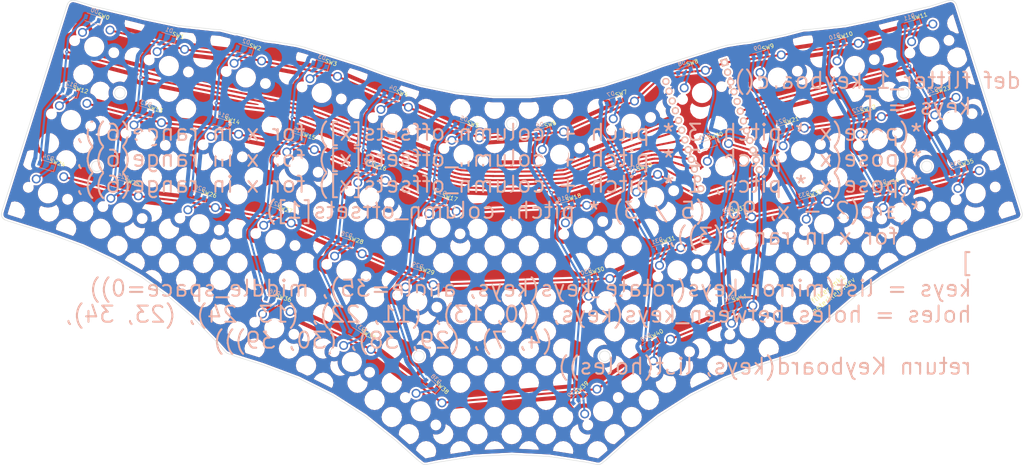
<source format=kicad_pcb>
(kicad_pcb (version 20201116) (generator pcbnew)
  (layers (0 "F.Cu" signal) (31 "B.Cu" signal) (34 "B.Paste" user) (35 "F.Paste" user) (36 "B.SilkS" user "B.Silkscreen") (37 "F.SilkS" user "F.Silkscreen") (38 "B.Mask" user) (39 "F.Mask" user) (44 "Edge.Cuts" user))
  (net 0 "")
  (net 1 "GND")
  (net 2 "col-0")
  (net 3 "col-1")
  (net 4 "col-2")
  (net 5 "col-3")
  (net 6 "col-4")
  (net 7 "col-5")
  (net 8 "col-6")
  (net 9 "col-7")
  (net 10 "col-8")
  (net 11 "col-9")
  (net 12 "col-10")
  (net 13 "col-11")
  (net 14 "row-0")
  (net 15 "row-1")
  (net 16 "row-2")
  (net 17 "row-3")
  (net 18 "switch-diode-0")
  (net 19 "switch-diode-1")
  (net 20 "switch-diode-2")
  (net 21 "switch-diode-3")
  (net 22 "switch-diode-4")
  (net 23 "switch-diode-5")
  (net 24 "switch-diode-6")
  (net 25 "switch-diode-7")
  (net 26 "switch-diode-8")
  (net 27 "switch-diode-9")
  (net 28 "switch-diode-10")
  (net 29 "switch-diode-11")
  (net 30 "switch-diode-12")
  (net 31 "switch-diode-13")
  (net 32 "switch-diode-14")
  (net 33 "switch-diode-15")
  (net 34 "switch-diode-16")
  (net 35 "switch-diode-17")
  (net 36 "switch-diode-18")
  (net 37 "switch-diode-19")
  (net 38 "switch-diode-20")
  (net 39 "switch-diode-21")
  (net 40 "switch-diode-22")
  (net 41 "switch-diode-23")
  (net 42 "switch-diode-24")
  (net 43 "switch-diode-25")
  (net 44 "switch-diode-26")
  (net 45 "switch-diode-27")
  (net 46 "switch-diode-28")
  (net 47 "switch-diode-29")
  (net 48 "switch-diode-30")
  (net 49 "switch-diode-31")
  (net 50 "switch-diode-32")
  (net 51 "switch-diode-33")
  (net 52 "switch-diode-34")
  (net 53 "switch-diode-35")
  (net 54 "switch-diode-36")
  (net 55 "switch-diode-37")
  (net 56 "switch-diode-38")
  (net 57 "switch-diode-39")
  (net 58 "switch-diode-40")
  (net 59 "switch-diode-41")
  (footprint "SW_Cherry_MX_1.00u_PCB" (layer "F.Cu") (at 183.342 82.9573 18)
    (fp_text reference "SW31")
    (fp_text value "SW_Cherry_MX_1.00u_PCB")
  )
  (footprint "SW_Cherry_MX_1.00u_PCB" (layer "F.Cu") (at 95.2879 38.9849 -17)
    (fp_text reference "SW3")
    (fp_text value "SW_Cherry_MX_1.00u_PCB")
  )
  (footprint "SW_Cherry_MX_1.00u_PCB" (layer "F.Cu") (at 238.749 68.6332 18)
    (fp_text reference "SW34")
    (fp_text value "SW_Cherry_MX_1.00u_PCB")
  )
  (footprint "SW_Cherry_MX_1.00u_PCB" (layer "F.Cu") (at 51.7193 50.4649 -17)
    (fp_text reference "SW13")
    (fp_text value "SW_Cherry_MX_1.00u_PCB")
  )
  (footprint "SW_Cherry_MX_1.00u_PCB" (layer "F.Cu") (at 257.218 63.8584 18)
    (fp_text reference "SW35")
    (fp_text value "SW_Cherry_MX_1.00u_PCB")
  )
  (footprint "SW_Cherry_MX_1.00u_PCB" (layer "F.Cu") (at 171.885 46.6207 18)
    (fp_text reference "SW7")
    (fp_text value "SW_Cherry_MX_1.00u_PCB")
  )
  (footprint "SW_Cherry_MX_1.00u_PCB" (layer "F.Cu") (at 38.9787 27.5218 -17)
    (fp_text reference "SW0")
    (fp_text value "SW_Cherry_MX_1.00u_PCB")
  )
  (footprint "SW_Cherry_MX_1.00u_PCB" (layer "F.Cu") (at 251.49 45.6901 18)
    (fp_text reference "SW23")
    (fp_text value "SW_Cherry_MX_1.00u_PCB")
  )
  (footprint "SW_Cherry_MX_1.00u_PCB" (layer "F.Cu") (at 219.679 71.5005 18)
    (fp_text reference "SW33")
    (fp_text value "SW_Cherry_MX_1.00u_PCB")
  )
  (footprint "SW_Cherry_MX_1.00u_PCB" (layer "F.Cu") (at 165.775 90.5932 18)
    (fp_text reference "SW30")
    (fp_text value "SW_Cherry_MX_1.00u_PCB")
  )
  (footprint "SW_Cherry_MX_1.00u_PCB" (layer "F.Cu") (at 177.614 64.789 18)
    (fp_text reference "SW19")
    (fp_text value "SW_Cherry_MX_1.00u_PCB")
  )
  (footprint "SW_Cherry_MX_1.00u_PCB" (layer "F.Cu") (at 33.2503 45.6901 -17)
    (fp_text reference "SW12")
    (fp_text value "SW_Cherry_MX_1.00u_PCB")
  )
  (footprint "SW_Cherry_MX_1.00u_PCB" (layer "F.Cu") (at 76.5181 35.1638 -17)
    (fp_text reference "SW2")
    (fp_text value "SW_Cherry_MX_1.00u_PCB")
  )
  (footprint "SW_Cherry_MX_1.00u_PCB" (layer "F.Cu") (at 130.422 54.2566 -17)
    (fp_text reference "SW5")
    (fp_text value "SW_Cherry_MX_1.00u_PCB")
  )
  (footprint "SW_Cherry_MX_1.00u_PCB" (layer "F.Cu") (at 118.965 90.5932 -17)
    (fp_text reference "SW29")
    (fp_text value "SW_Cherry_MX_1.00u_PCB")
  )
  (footprint "SW_Cherry_MX_1.00u_PCB" (layer "F.Cu") (at 227.292 32.2965 18)
    (fp_text reference "SW10")
    (fp_text value "SW_Cherry_MX_1.00u_PCB")
  )
  (footprint "SW_Cherry_MX_1.00u_PCB" (layer "F.Cu") (at 124.693 72.4249 -17)
    (fp_text reference "SW17")
    (fp_text value "SW_Cherry_MX_1.00u_PCB")
  )
  (footprint "SW_Cherry_MX_1.00u_PCB" (layer "F.Cu") (at 89.5594 57.1532 -17)
    (fp_text reference "SW15")
    (fp_text value "SW_Cherry_MX_1.00u_PCB")
  )
  (footprint "SW_Cherry_MX_1.00u_PCB" (layer "F.Cu") (at 102.763 105.674 -30)
    (fp_text reference "SW37")
    (fp_text value "SW_Cherry_MX_1.00u_PCB")
  )
  (footprint "SW_Cherry_MX_1.00u_PCB" (layer "F.Cu") (at 245.761 27.5218 18)
    (fp_text reference "SW11")
    (fp_text value "SW_Cherry_MX_1.00u_PCB")
  )
  (footprint "SW_Cherry_MX_1.00u_PCB" (layer "F.Cu") (at 181.977 105.674 30)
    (fp_text reference "SW40")
    (fp_text value "SW_Cherry_MX_1.00u_PCB")
  )
  (footprint "SW_Cherry_MX_1.00u_PCB" (layer "F.Cu") (at 65.0613 71.5005 -17)
    (fp_text reference "SW26")
    (fp_text value "SW_Cherry_MX_1.00u_PCB")
  )
  (footprint "SW_Cherry_MX_1.00u_PCB" (layer "F.Cu") (at 70.7897 53.3321 -17)
    (fp_text reference "SW14")
    (fp_text value "SW_Cherry_MX_1.00u_PCB")
  )
  (footprint "SW_Cherry_MX_1.00u_PCB" (layer "F.Cu") (at 154.318 54.2566 18)
    (fp_text reference "SW6")
    (fp_text value "SW_Cherry_MX_1.00u_PCB")
  )
  (footprint "SW_Cherry_MX_1.00u_PCB" (layer "F.Cu") (at 119.791 117.876 -42)
    (fp_text reference "SW38")
    (fp_text value "SW_Cherry_MX_1.00u_PCB")
  )
  (footprint "SW_Cherry_MX_1.00u_PCB" (layer "F.Cu") (at 83.5572 97.3067 -17)
    (fp_text reference "SW36")
    (fp_text value "SW_Cherry_MX_1.00u_PCB")
  )
  (footprint "SW_Cherry_MX_1.00u_PCB" (layer "F.Cu") (at 233.021 50.4649 18)
    (fp_text reference "SW22")
    (fp_text value "SW_Cherry_MX_1.00u_PCB")
  )
  (footprint "SW_Cherry_MX_1.00u_PCB" (layer "F.Cu") (at 200.909 75.3215 18)
    (fp_text reference "SW32")
    (fp_text value "SW_Cherry_MX_1.00u_PCB")
  )
  (footprint "SW_Cherry_MX_1.00u_PCB" (layer "F.Cu") (at 208.222 35.1638 18)
    (fp_text reference "SW9")
    (fp_text value "SW_Cherry_MX_1.00u_PCB")
  )
  (footprint "SW_Cherry_MX_1.00u_PCB" (layer "F.Cu") (at 164.949 117.876 42)
    (fp_text reference "SW39")
    (fp_text value "SW_Cherry_MX_1.00u_PCB")
  )
  (footprint "SW_Cherry_MX_1.00u_PCB" (layer "F.Cu") (at 107.126 64.789 -17)
    (fp_text reference "SW16")
    (fp_text value "SW_Cherry_MX_1.00u_PCB")
  )
  (footprint "SW_Cherry_MX_1.00u_PCB" (layer "F.Cu") (at 45.9908 68.6332 -17)
    (fp_text reference "SW25")
    (fp_text value "SW_Cherry_MX_1.00u_PCB")
  )
  (footprint "SW_Cherry_MX_1.00u_PCB" (layer "F.Cu") (at 27.5218 63.8584 -17)
    (fp_text reference "SW24")
    (fp_text value "SW_Cherry_MX_1.00u_PCB")
  )
  (footprint "SW_Cherry_MX_1.00u_PCB" (layer "F.Cu") (at 213.95 53.3321 18)
    (fp_text reference "SW21")
    (fp_text value "SW_Cherry_MX_1.00u_PCB")
  )
  (footprint "SW_Cherry_MX_1.00u_PCB" (layer "F.Cu") (at 101.398 82.9573 -17)
    (fp_text reference "SW28")
    (fp_text value "SW_Cherry_MX_1.00u_PCB")
  )
  (footprint "SW_Cherry_MX_1.00u_PCB" (layer "F.Cu") (at 83.831 75.3215 -17)
    (fp_text reference "SW27")
    (fp_text value "SW_Cherry_MX_1.00u_PCB")
  )
  (footprint "SW_Cherry_MX_1.00u_PCB" (layer "F.Cu") (at 195.181 57.1532 18)
    (fp_text reference "SW20")
    (fp_text value "SW_Cherry_MX_1.00u_PCB")
  )
  (footprint "SW_Cherry_MX_1.00u_PCB" (layer "F.Cu") (at 189.452 38.9849 18)
    (fp_text reference "SW8")
    (fp_text value "SW_Cherry_MX_1.00u_PCB")
  )
  (footprint "SW_Cherry_MX_1.00u_PCB" (layer "F.Cu") (at 201.183 97.3067 18)
    (fp_text reference "SW41")
    (fp_text value "SW_Cherry_MX_1.00u_PCB")
  )
  (footprint "SW_Cherry_MX_1.00u_PCB" (layer "F.Cu") (at 57.4477 32.2965 -17)
    (fp_text reference "SW1")
    (fp_text value "SW_Cherry_MX_1.00u_PCB")
  )
  (footprint "SW_Cherry_MX_1.00u_PCB" (layer "F.Cu") (at 160.047 72.4249 18)
    (fp_text reference "SW18")
    (fp_text value "SW_Cherry_MX_1.00u_PCB")
  )
  (footprint "SW_Cherry_MX_1.00u_PCB" (layer "F.Cu") (at 112.855 46.6207 -17)
    (fp_text reference "SW4")
    (fp_text value "SW_Cherry_MX_1.00u_PCB")
  )
  (footprint "D_SOD-123" (layer "B.Cu") (at 102.763 105.674 150)
    (fp_text reference "D37")
    (fp_text value "D_SOD-123")
  )
  (footprint "D_SOD-123" (layer "B.Cu") (at 245.761 27.5218 -162)
    (fp_text reference "D11")
    (fp_text value "D_SOD-123")
  )
  (footprint "D_SOD-123" (layer "B.Cu") (at 51.7193 50.4649 163)
    (fp_text reference "D13")
    (fp_text value "D_SOD-123")
  )
  (footprint "D_SOD-123" (layer "B.Cu") (at 238.749 68.6332 -162)
    (fp_text reference "D34")
    (fp_text value "D_SOD-123")
  )
  (footprint "D_SOD-123" (layer "B.Cu") (at 45.9908 68.6332 163)
    (fp_text reference "D25")
    (fp_text value "D_SOD-123")
  )
  (footprint "D_SOD-123" (layer "B.Cu") (at 251.49 45.6901 -162)
    (fp_text reference "D23")
    (fp_text value "D_SOD-123")
  )
  (footprint "D_SOD-123" (layer "B.Cu") (at 95.2879 38.9849 163)
    (fp_text reference "D3")
    (fp_text value "D_SOD-123")
  )
  (footprint "D_SOD-123" (layer "B.Cu") (at 181.977 105.674 -150)
    (fp_text reference "D40")
    (fp_text value "D_SOD-123")
  )
  (footprint "D_SOD-123" (layer "B.Cu") (at 38.9787 27.5218 163)
    (fp_text reference "D0")
    (fp_text value "D_SOD-123")
  )
  (footprint "D_SOD-123" (layer "B.Cu") (at 257.218 63.8584 -162)
    (fp_text reference "D35")
    (fp_text value "D_SOD-123")
  )
  (footprint "D_SOD-123" (layer "B.Cu") (at 164.949 117.876 -138)
    (fp_text reference "D39")
    (fp_text value "D_SOD-123")
  )
  (footprint "D_SOD-123" (layer "B.Cu") (at 118.965 90.5932 163)
    (fp_text reference "D29")
    (fp_text value "D_SOD-123")
  )
  (footprint "D_SOD-123" (layer "B.Cu") (at 130.422 54.2566 163)
    (fp_text reference "D5")
    (fp_text value "D_SOD-123")
  )
  (footprint "D_SOD-123" (layer "B.Cu") (at 112.855 46.6207 163)
    (fp_text reference "D4")
    (fp_text value "D_SOD-123")
  )
  (footprint "ArduinoProMicro" (layer "B.Cu") (at 189.452 38.9849 -72)
    (fp_text reference "MCU0" hide)
    (fp_text value "ProMicro" hide)
  )
  (footprint "D_SOD-123" (layer "B.Cu") (at 171.885 46.6207 -162)
    (fp_text reference "D7")
    (fp_text value "D_SOD-123")
  )
  (footprint "D_SOD-123" (layer "B.Cu") (at 83.831 75.3215 163)
    (fp_text reference "D27")
    (fp_text value "D_SOD-123")
  )
  (footprint "D_SOD-123" (layer "B.Cu") (at 183.342 82.9573 -162)
    (fp_text reference "D31")
    (fp_text value "D_SOD-123")
  )
  (footprint "D_SOD-123" (layer "B.Cu") (at 154.318 54.2566 -162)
    (fp_text reference "D6")
    (fp_text value "D_SOD-123")
  )
  (footprint "D_SOD-123" (layer "B.Cu") (at 57.4477 32.2965 163)
    (fp_text reference "D1")
    (fp_text value "D_SOD-123")
  )
  (footprint "D_SOD-123" (layer "B.Cu") (at 213.95 53.3321 -162)
    (fp_text reference "D21")
    (fp_text value "D_SOD-123")
  )
  (footprint "D_SOD-123" (layer "B.Cu") (at 177.614 64.789 -162)
    (fp_text reference "D19")
    (fp_text value "D_SOD-123")
  )
  (footprint "D_SOD-123" (layer "B.Cu") (at 124.693 72.4249 163)
    (fp_text reference "D17")
    (fp_text value "D_SOD-123")
  )
  (footprint "D_SOD-123" (layer "B.Cu") (at 33.2503 45.6901 163)
    (fp_text reference "D12")
    (fp_text value "D_SOD-123")
  )
  (footprint "D_SOD-123" (layer "B.Cu") (at 233.021 50.4649 -162)
    (fp_text reference "D22")
    (fp_text value "D_SOD-123")
  )
  (footprint "D_SOD-123" (layer "B.Cu") (at 189.452 38.9849 -162)
    (fp_text reference "D8")
    (fp_text value "D_SOD-123")
  )
  (footprint "D_SOD-123" (layer "B.Cu") (at 208.222 35.1638 -162)
    (fp_text reference "D9")
    (fp_text value "D_SOD-123")
  )
  (footprint "D_SOD-123" (layer "B.Cu") (at 195.181 57.1532 -162)
    (fp_text reference "D20")
    (fp_text value "D_SOD-123")
  )
  (footprint "D_SOD-123" (layer "B.Cu") (at 200.909 75.3215 -162)
    (fp_text reference "D32")
    (fp_text value "D_SOD-123")
  )
  (footprint "D_SOD-123" (layer "B.Cu") (at 27.5218 63.8584 163)
    (fp_text reference "D24")
    (fp_text value "D_SOD-123")
  )
  (footprint "D_SOD-123" (layer "B.Cu") (at 219.679 71.5005 -162)
    (fp_text reference "D33")
    (fp_text value "D_SOD-123")
  )
  (footprint "D_SOD-123" (layer "B.Cu") (at 89.5594 57.1532 163)
    (fp_text reference "D15")
    (fp_text value "D_SOD-123")
  )
  (footprint "D_SOD-123" (layer "B.Cu") (at 119.791 117.876 138)
    (fp_text reference "D38")
    (fp_text value "D_SOD-123")
  )
  (footprint "D_SOD-123" (layer "B.Cu") (at 83.5572 97.3067 163)
    (fp_text reference "D36")
    (fp_text value "D_SOD-123")
  )
  (footprint "D_SOD-123" (layer "B.Cu") (at 165.775 90.5932 -162)
    (fp_text reference "D30")
    (fp_text value "D_SOD-123")
  )
  (footprint "D_SOD-123" (layer "B.Cu") (at 227.292 32.2965 -162)
    (fp_text reference "D10")
    (fp_text value "D_SOD-123")
  )
  (footprint "D_SOD-123" (layer "B.Cu") (at 101.398 82.9573 163)
    (fp_text reference "D28")
    (fp_text value "D_SOD-123")
  )
  (footprint "D_SOD-123" (layer "B.Cu") (at 160.047 72.4249 -162)
    (fp_text reference "D18")
    (fp_text value "D_SOD-123")
  )
  (footprint "D_SOD-123" (layer "B.Cu") (at 70.7897 53.3321 163)
    (fp_text reference "D14")
    (fp_text value "D_SOD-123")
  )
  (footprint "D_SOD-123" (layer "B.Cu") (at 201.183 97.3067 -162)
    (fp_text reference "D41")
    (fp_text value "D_SOD-123")
  )
  (footprint "D_SOD-123" (layer "B.Cu") (at 76.5181 35.1638 163)
    (fp_text reference "D2")
    (fp_text value "D_SOD-123")
  )
  (footprint "D_SOD-123" (layer "B.Cu") (at 107.126 64.789 163)
    (fp_text reference "D16")
    (fp_text value "D_SOD-123")
  )
  (footprint "D_SOD-123" (layer "B.Cu") (at 65.0613 71.5005 163)
    (fp_text reference "D26")
    (fp_text value "D_SOD-123")
  )
  (gr_line (start 59.801293 22.257582) (end 68.617451 23.223108) (layer "Edge.Cuts") (width 0.1))
  (gr_line (start 211.058641 104.178212) (end 210.988989 104.202068) (layer "Edge.Cuts") (width 0.1))
  (gr_line (start 195.623189 27.161376) (end 195.767242 27.131085) (layer "Edge.Cuts") (width 0.1))
  (gr_line (start 142.370036 128.606398) (end 133.140597 129.080895) (layer "Edge.Cuts") (width 0.1))
  (gr_line (start 16.376558 70.071185) (end 16.28442 69.956384) (layer "Edge.Cuts") (width 0.1))
  (gr_line (start 32.107187 17.646027) (end 32.354391 16.978196) (layer "Edge.Cuts") (width 0.1))
  (gr_line (start 221.467725 94.512451) (end 215.805582 100.347046) (layer "Edge.Cuts") (width 0.1))
  (gr_line (start 121.005263 131.093806) (end 120.858178 131.087923) (layer "Edge.Cuts") (width 0.1))
  (gr_line (start 164.570434 130.848617) (end 164.443489 130.92314) (layer "Edge.Cuts") (width 0.1))
  (gr_line (start 88.97283 27.131085) (end 89.116883 27.161376) (layer "Edge.Cuts") (width 0.1))
  (gr_line (start 210.031334 24.504141) (end 214.364589 23.358227) (layer "Edge.Cuts") (width 0.1))
  (gr_line (start 16.203978 69.833104) (end 16.136007 69.702533) (layer "Edge.Cuts") (width 0.1))
  (gr_line (start 16.978196 70.48275) (end 16.978196 70.48275) (layer "Edge.Cuts") (width 0.1))
  (gr_line (start 252.65674 17.715678) (end 257.709741 33.741748) (layer "Edge.Cuts") (width 0.1))
  (gr_line (start 89.116883 27.161376) (end 91.139435 27.691511) (layer "Edge.Cuts") (width 0.1))
  (gr_line (start 173.648289 34.307682) (end 179.576415 32.113331) (layer "Edge.Cuts") (width 0.1))
  (gr_line (start 163.442448 131.062318) (end 160.769719 130.505307) (layer "Edge.Cuts") (width 0.1))
  (gr_line (start 252.257065 16.713764) (end 252.327868 16.842821) (layer "Edge.Cuts") (width 0.1))
  (gr_line (start 17.646027 70.729954) (end 16.978196 70.48275) (layer "Edge.Cuts") (width 0.1))
  (gr_line (start 50.546686 84.525288) (end 43.562631 80.429304) (layer "Edge.Cuts") (width 0.1))
  (gr_line (start 89.575564 109.717777) (end 80.65528 106.378953) (layer "Edge.Cuts") (width 0.1))
  (gr_line (start 252.173954 16.592268) (end 252.257065 16.713764) (layer "Edge.Cuts") (width 0.1))
  (gr_line (start 105.163657 32.113331) (end 111.091783 34.307682) (layer "Edge.Cuts") (width 0.1))
  (gr_line (start 32.765956 16.376558) (end 32.880757 16.28442) (layer "Edge.Cuts") (width 0.1))
  (gr_line (start 81.401562 26.003704) (end 84.641814 26.398866) (layer "Edge.Cuts") (width 0.1))
  (gr_line (start 214.364589 23.358227) (end 214.510192 23.327361) (layer "Edge.Cuts") (width 0.1))
  (gr_line (start 268.511596 68.006865) (end 268.69215 68.69571) (layer "Edge.Cuts") (width 0.1))
  (gr_line (start 32.354391 16.978196) (end 32.412203 16.842821) (layer "Edge.Cuts") (width 0.1))
  (gr_line (start 73.751083 104.202068) (end 73.681431 104.178212) (layer "Edge.Cuts") (width 0.1))
  (gr_line (start 106.049905 119.0699) (end 98.059487 113.959168) (layer "Edge.Cuts") (width 0.1))
  (gr_line (start 84.790252 26.42459) (end 84.935361 26.465073) (layer "Edge.Cuts") (width 0.1))
  (gr_line (start 119.82274 37.045591) (end 128.748536 38.878954) (layer "Edge.Cuts") (width 0.1))
  (gr_line (start 32.660739 16.479504) (end 32.765956 16.376558) (layer "Edge.Cuts") (width 0.1))
  (gr_line (start 249.839057 16.248886) (end 249.909795 16.228476) (layer "Edge.Cuts") (width 0.1))
  (gr_line (start 33.557213 16.012829) (end 33.703856 15.999999) (layer "Edge.Cuts") (width 0.1))
  (gr_line (start 118.897018 129.830427) (end 113.488997 125.017936) (layer "Edge.Cuts") (width 0.1))
  (gr_line (start 91.210173 27.71192) (end 105.094005 32.089476) (layer "Edge.Cuts") (width 0.1))
  (gr_line (start 70.133586 23.314179) (end 70.279914 23.330205) (layer "Edge.Cuts") (width 0.1))
  (gr_line (start 268.604065 69.702533) (end 268.536094 69.833104) (layer "Edge.Cuts") (width 0.1))
  (gr_line (start 165.843054 129.830427) (end 165.786869 129.878006) (layer "Edge.Cuts") (width 0.1))
  (gr_line (start 137.813967 39.800357) (end 146.926104 39.800357) (layer "Edge.Cuts") (width 0.1))
  (gr_line (start 268.536094 69.833104) (end 268.455652 69.956384) (layer "Edge.Cuts") (width 0.1))
  (gr_line (start 34.141431 16.047922) (end 34.830277 16.228476) (layer "Edge.Cuts") (width 0.1))
  (gr_line (start 251.327538 16.03997) (end 251.46886 16.081162) (layer "Edge.Cuts") (width 0.1))
  (gr_line (start 268.65891 69.565929) (end 268.604065 69.702533) (layer "Edge.Cuts") (width 0.1))
  (gr_line (start 113.488997 125.017936) (end 106.049905 119.0699) (layer "Edge.Cuts") (width 0.1))
  (gr_line (start 73.980149 24.271347) (end 74.125519 24.257223) (layer "Edge.Cuts") (width 0.1))
  (gr_line (start 70.279914 23.330205) (end 70.423967 23.360496) (layer "Edge.Cuts") (width 0.1))
  (gr_line (start 212.851138 103.507001) (end 212.715763 103.564813) (layer "Edge.Cuts") (width 0.1))
  (gr_line (start 32.412203 16.842821) (end 32.483006 16.713764) (layer "Edge.Cuts") (width 0.1))
  (gr_line (start 201.258875 26.363796) (end 210.031334 24.504141) (layer "Edge.Cuts") (width 0.1))
  (gr_line (start 178.690167 119.0699) (end 171.251075 125.017936) (layer "Edge.Cuts") (width 0.1))
  (gr_line (start 74.560202 24.299942) (end 81.401562 26.003704) (layer "Edge.Cuts") (width 0.1))
  (gr_line (start 36.238724 76.977566) (end 28.602506 74.186413) (layer "Edge.Cuts") (width 0.1))
  (gr_line (start 193.529899 27.71192) (end 193.600637 27.691511) (layer "Edge.Cuts") (width 0.1))
  (gr_line (start 164.027695 131.067652) (end 163.881894 131.087923) (layer "Edge.Cuts") (width 0.1))
  (gr_line (start 16.047922 68.69571) (end 16.228476 68.006865) (layer "Edge.Cuts") (width 0.1))
  (gr_line (start 16.017631 68.839762) (end 16.047922 68.69571) (layer "Edge.Cuts") (width 0.1))
  (gr_line (start 210.988989 104.202068) (end 204.084792 106.378953) (layer "Edge.Cuts") (width 0.1))
  (gr_line (start 268.260568 70.176402) (end 268.147804 70.271023) (layer "Edge.Cuts") (width 0.1))
  (gr_line (start 267.897251 70.424938) (end 267.761876 70.48275) (layer "Edge.Cuts") (width 0.1))
  (gr_line (start 267.024393 70.753809) (end 256.137566 74.186413) (layer "Edge.Cuts") (width 0.1))
  (gr_circle (center 165.361959 104.234651) (end 166.661959 104.234651) (layer "Edge.Cuts") (width 0.1) (fill none))
  (gr_line (start 252.632884 17.646027) (end 252.65674 17.715678) (layer "Edge.Cuts") (width 0.1))
  (gr_line (start 267.761876 70.48275) (end 267.094045 70.729954) (layer "Edge.Cuts") (width 0.1))
  (gr_line (start 213.101691 103.353086) (end 212.980195 103.436198) (layer "Edge.Cuts") (width 0.1))
  (gr_line (start 33.134608 16.136007) (end 33.271212 16.081162) (layer "Edge.Cuts") (width 0.1))
  (gr_line (start 51.122226 20.43257) (end 59.801293 22.257582) (layer "Edge.Cuts") (width 0.1))
  (gr_line (start 163.881894 131.087923) (end 163.734809 131.093806) (layer "Edge.Cuts") (width 0.1))
  (gr_line (start 268.738467 68.986091) (end 268.740072 69.133285) (layer "Edge.Cuts") (width 0.1))
  (gr_line (start 251.036216 15.999999) (end 251.182858 16.012829) (layer "Edge.Cuts") (width 0.1))
  (gr_line (start 250.598641 16.047922) (end 250.742693 16.017631) (layer "Edge.Cuts") (width 0.1))
  (gr_line (start 199.025131 26.611442) (end 199.097284 26.601723) (layer "Edge.Cuts") (width 0.1))
  (gr_line (start 251.46886 16.081162) (end 251.605464 16.136007) (layer "Edge.Cuts") (width 0.1))
  (gr_line (start 33.412534 16.03997) (end 33.557213 16.012829) (layer "Edge.Cuts") (width 0.1))
  (gr_line (start 84.935361 26.465073) (end 85.030583 26.502285) (layer "Edge.Cuts") (width 0.1))
  (gr_line (start 49.404291 19.982746) (end 49.440015 19.991643) (layer "Edge.Cuts") (width 0.1))
  (gr_line (start 38.818056 17.483924) (end 49.404291 19.982746) (layer "Edge.Cuts") (width 0.1))
  (gr_line (start 128.748536 38.878954) (end 137.813967 39.800357) (layer "Edge.Cuts") (width 0.1))
  (gr_line (start 73.933803 24.280465) (end 73.980149 24.271347) (layer "Edge.Cuts") (width 0.1))
  (gr_line (start 216.122621 23.223108) (end 224.938779 22.257582) (layer "Edge.Cuts") (width 0.1))
  (gr_line (start 133.140597 129.080895) (end 123.970353 130.505307) (layer "Edge.Cuts") (width 0.1))
  (gr_line (start 164.689462 130.762009) (end 164.570434 130.848617) (layer "Edge.Cuts") (width 0.1))
  (gr_line (start 33.271212 16.081162) (end 33.412534 16.03997) (layer "Edge.Cuts") (width 0.1))
  (gr_line (start 227.605709 89.232369) (end 221.467725 94.512451) (layer "Edge.Cuts") (width 0.1))
  (gr_line (start 213.317401 103.153248) (end 213.214455 103.258466) (layer "Edge.Cuts") (width 0.1))
  (gr_line (start 16.479504 70.176402) (end 16.376558 70.071185) (layer "Edge.Cuts") (width 0.1))
  (gr_line (start 16.842821 70.424938) (end 16.713764 70.354135) (layer "Edge.Cuts") (width 0.1))
  (gr_circle (center 119.378113 104.234651) (end 120.678113 104.234651) (layer "Edge.Cuts") (width 0.1) (fill none))
  (gr_line (start 193.600637 27.691511) (end 195.623189 27.161376) (layer "Edge.Cuts") (width 0.1))
  (gr_line (start 146.926104 39.800357) (end 155.991536 38.878954) (layer "Edge.Cuts") (width 0.1))
  (gr_line (start 105.094005 32.089476) (end 105.163657 32.113331) (layer "Edge.Cuts") (width 0.1))
  (gr_line (start 215.805582 100.347046) (end 213.317401 103.153248) (layer "Edge.Cuts") (width 0.1))
  (gr_line (start 85.030583 26.502285) (end 88.97283 27.131085) (layer "Edge.Cuts") (width 0.1))
  (gr_line (start 195.164508 109.717777) (end 186.680585 113.959168) (layer "Edge.Cuts") (width 0.1))
  (gr_line (start 252.385681 16.978196) (end 252.632884 17.646027) (layer "Edge.Cuts") (width 0.1))
  (gr_line (start 17.715678 70.753809) (end 17.646027 70.729954) (layer "Edge.Cuts") (width 0.1))
  (gr_line (start 111.091783 34.307682) (end 119.82274 37.045591) (layer "Edge.Cuts") (width 0.1))
  (gr_line (start 16.136007 69.702533) (end 16.081162 69.565929) (layer "Edge.Cuts") (width 0.1))
  (gr_line (start 71.759877 103.436198) (end 71.638381 103.353086) (layer "Edge.Cuts") (width 0.1))
  (gr_line (start 63.272347 94.512451) (end 57.134363 89.232369) (layer "Edge.Cuts") (width 0.1))
  (gr_line (start 241.177441 80.429304) (end 234.193386 84.525288) (layer "Edge.Cuts") (width 0.1))
  (gr_line (start 16.978196 70.48275) (end 16.842821 70.424938) (layer "Edge.Cuts") (width 0.1))
  (gr_line (start 74.125519 24.257223) (end 74.271572 24.257304) (layer "Edge.Cuts") (width 0.1))
  (gr_line (start 91.139435 27.691511) (end 91.210173 27.71192) (layer "Edge.Cuts") (width 0.1))
  (gr_line (start 199.097284 26.601723) (end 201.258875 26.363796) (layer "Edge.Cuts") (width 0.1))
  (gr_line (start 263.438186 51.910056) (end 268.491186 67.936126) (layer "Edge.Cuts") (width 0.1))
  (gr_line (start 248.501348 76.977566) (end 241.177441 80.429304) (layer "Edge.Cuts") (width 0.1))
  (gr_line (start 16.713764 70.354135) (end 16.592268 70.271023) (layer "Edge.Cuts") (width 0.1))
  (gr_line (start 268.455652 69.956384) (end 268.363514 70.071185) (layer "Edge.Cuts") (width 0.1))
  (gr_line (start 16.001605 68.986091) (end 16.017631 68.839762) (layer "Edge.Cuts") (width 0.1))
  (gr_line (start 118.953203 129.878006) (end 118.897018 129.830427) (layer "Edge.Cuts") (width 0.1))
  (gr_line (start 32.566118 16.592268) (end 32.660739 16.479504) (layer "Edge.Cuts") (width 0.1))
  (gr_line (start 71.422671 103.153248) (end 68.93449 100.347046) (layer "Edge.Cuts") (width 0.1))
  (gr_line (start 268.722441 68.839762) (end 268.738467 68.986091) (layer "Edge.Cuts") (width 0.1))
  (gr_line (start 32.483006 16.713764) (end 32.566118 16.592268) (layer "Edge.Cuts") (width 0.1))
  (gr_line (start 257.709741 33.741748) (end 263.438186 51.910056) (layer "Edge.Cuts") (width 0.1))
  (gr_line (start 252.079333 16.479504) (end 252.173954 16.592268) (layer "Edge.Cuts") (width 0.1))
  (gr_line (start 268.740072 69.133285) (end 268.727243 69.279928) (layer "Edge.Cuts") (width 0.1))
  (gr_line (start 16 69.133285) (end 16.001605 68.986091) (layer "Edge.Cuts") (width 0.1))
  (gr_line (start 16.081162 69.565929) (end 16.03997 69.424607) (layer "Edge.Cuts") (width 0.1))
  (gr_line (start 16.228476 68.006865) (end 16.248886 67.936126) (layer "Edge.Cuts") (width 0.1))
  (gr_line (start 164.917332 37.045591) (end 173.648289 34.307682) (layer "Edge.Cuts") (width 0.1))
  (gr_circle (center 239.39108 38.993335) (end 240.69108 38.993335) (layer "Edge.Cuts") (width 0.1) (fill none))
  (gr_line (start 251.859315 16.28442) (end 251.974116 16.376558) (layer "Edge.Cuts") (width 0.1))
  (gr_line (start 151.599475 129.080895) (end 142.370036 128.606398) (layer "Edge.Cuts") (width 0.1))
  (gr_line (start 268.491186 67.936126) (end 268.511596 68.006865) (layer "Edge.Cuts") (width 0.1))
  (gr_line (start 256.137566 74.186413) (end 248.501348 76.977566) (layer "Edge.Cuts") (width 0.1))
  (gr_line (start 234.193386 84.525288) (end 227.605709 89.232369) (layer "Edge.Cuts") (width 0.1))
  (gr_circle (center 245.119525 57.161643) (end 246.419525 57.161643) (layer "Edge.Cuts") (width 0.1) (fill none))
  (gr_line (start 268.727243 69.279928) (end 268.700102 69.424607) (layer "Edge.Cuts") (width 0.1))
  (gr_line (start 33.004037 16.203978) (end 33.134608 16.136007) (layer "Edge.Cuts") (width 0.1))
  (gr_line (start 34.830277 16.228476) (end 34.901015 16.248886) (layer "Edge.Cuts") (width 0.1))
  (gr_line (start 120.169638 130.848617) (end 120.05061 130.762009) (layer "Edge.Cuts") (width 0.1))
  (gr_line (start 164.443489 130.92314) (end 164.309851 130.984862) (layer "Edge.Cuts") (width 0.1))
  (gr_line (start 267.094045 70.729954) (end 267.024393 70.753809) (layer "Edge.Cuts") (width 0.1))
  (gr_line (start 250.742693 16.017631) (end 250.889021 16.001605) (layer "Edge.Cuts") (width 0.1))
  (gr_line (start 33.997379 16.017631) (end 34.141431 16.047922) (layer "Edge.Cuts") (width 0.1))
  (gr_line (start 80.65528 106.378953) (end 73.751083 104.202068) (layer "Edge.Cuts") (width 0.1))
  (gr_line (start 27.030331 33.741748) (end 32.083332 17.715678) (layer "Edge.Cuts") (width 0.1))
  (gr_line (start 123.970353 130.505307) (end 121.297624 131.062318) (layer "Edge.Cuts") (width 0.1))
  (gr_line (start 268.69215 68.69571) (end 268.722441 68.839762) (layer "Edge.Cuts") (width 0.1))
  (gr_line (start 120.05061 130.762009) (end 118.953203 129.878006) (layer "Edge.Cuts") (width 0.1))
  (gr_line (start 204.084792 106.378953) (end 195.164508 109.717777) (layer "Edge.Cuts") (width 0.1))
  (gr_line (start 268.147804 70.271023) (end 268.026308 70.354135) (layer "Edge.Cuts") (width 0.1))
  (gr_circle (center 39.620547 57.161643) (end 40.920547 57.161643) (layer "Edge.Cuts") (width 0.1) (fill none))
  (gr_line (start 43.562631 80.429304) (end 36.238724 76.977566) (layer "Edge.Cuts") (width 0.1))
  (gr_line (start 179.646067 32.089476) (end 193.529899 27.71192) (layer "Edge.Cuts") (width 0.1))
  (gr_line (start 74.416926 24.271589) (end 74.560202 24.299942) (layer "Edge.Cuts") (width 0.1))
  (gr_line (start 71.638381 103.353086) (end 71.525617 103.258466) (layer "Edge.Cuts") (width 0.1))
  (gr_line (start 250.889021 16.001605) (end 251.036216 15.999999) (layer "Edge.Cuts") (width 0.1))
  (gr_line (start 249.909795 16.228476) (end 250.598641 16.047922) (layer "Edge.Cuts") (width 0.1))
  (gr_line (start 163.734809 131.093806) (end 163.587855 131.085243) (layer "Edge.Cuts") (width 0.1))
  (gr_line (start 71.525617 103.258466) (end 71.422671 103.153248) (layer "Edge.Cuts") (width 0.1))
  (gr_circle (center 142.370036 46.620731) (end 143.670036 46.620731) (layer "Edge.Cuts") (width 0.1) (fill none))
  (gr_line (start 74.271572 24.257304) (end 74.416926 24.271589) (layer "Edge.Cuts") (width 0.1))
  (gr_line (start 84.641814 26.398866) (end 84.790252 26.42459) (layer "Edge.Cuts") (width 0.1))
  (gr_line (start 171.251075 125.017936) (end 165.843054 129.830427) (layer "Edge.Cuts") (width 0.1))
  (gr_line (start 49.440015 19.991643) (end 51.122226 20.43257) (layer "Edge.Cuts") (width 0.1))
  (gr_line (start 16.28442 69.956384) (end 16.203978 69.833104) (layer "Edge.Cuts") (width 0.1))
  (gr_line (start 120.712377 131.067652) (end 120.569266 131.033188) (layer "Edge.Cuts") (width 0.1))
  (gr_line (start 28.602506 74.186413) (end 17.715678 70.753809) (layer "Edge.Cuts") (width 0.1))
  (gr_line (start 71.888934 103.507001) (end 71.759877 103.436198) (layer "Edge.Cuts") (width 0.1))
  (gr_line (start 268.363514 70.071185) (end 268.260568 70.176402) (layer "Edge.Cuts") (width 0.1))
  (gr_line (start 34.901015 16.248886) (end 38.818056 17.483924) (layer "Edge.Cuts") (width 0.1))
  (gr_line (start 164.170806 131.033188) (end 164.027695 131.067652) (layer "Edge.Cuts") (width 0.1))
  (gr_line (start 16.012829 69.279928) (end 16 69.133285) (layer "Edge.Cuts") (width 0.1))
  (gr_line (start 32.083332 17.715678) (end 32.107187 17.646027) (layer "Edge.Cuts") (width 0.1))
  (gr_line (start 179.576415 32.113331) (end 179.646067 32.089476) (layer "Edge.Cuts") (width 0.1))
  (gr_line (start 16.03997 69.424607) (end 16.012829 69.279928) (layer "Edge.Cuts") (width 0.1))
  (gr_line (start 16.248886 67.936126) (end 21.301886 51.910056) (layer "Edge.Cuts") (width 0.1))
  (gr_line (start 245.922016 17.483924) (end 249.839057 16.248886) (layer "Edge.Cuts") (width 0.1))
  (gr_line (start 121.297624 131.062318) (end 121.152217 131.085243) (layer "Edge.Cuts") (width 0.1))
  (gr_line (start 33.851051 16.001605) (end 33.997379 16.017631) (layer "Edge.Cuts") (width 0.1))
  (gr_line (start 235.335781 19.982746) (end 245.922016 17.483924) (layer "Edge.Cuts") (width 0.1))
  (gr_line (start 68.93449 100.347046) (end 63.272347 94.512451) (layer "Edge.Cuts") (width 0.1))
  (gr_line (start 33.703856 15.999999) (end 33.851051 16.001605) (layer "Edge.Cuts") (width 0.1))
  (gr_line (start 268.700102 69.424607) (end 268.65891 69.565929) (layer "Edge.Cuts") (width 0.1))
  (gr_line (start 224.938779 22.257582) (end 233.617846 20.43257) (layer "Edge.Cuts") (width 0.1))
  (gr_line (start 57.134363 89.232369) (end 50.546686 84.525288) (layer "Edge.Cuts") (width 0.1))
  (gr_line (start 32.880757 16.28442) (end 33.004037 16.203978) (layer "Edge.Cuts") (width 0.1))
  (gr_line (start 164.309851 130.984862) (end 164.170806 131.033188) (layer "Edge.Cuts") (width 0.1))
  (gr_line (start 165.786869 129.878006) (end 164.689462 130.762009) (layer "Edge.Cuts") (width 0.1))
  (gr_line (start 72.024309 103.564813) (end 71.888934 103.507001) (layer "Edge.Cuts") (width 0.1))
  (gr_line (start 155.991536 38.878954) (end 164.917332 37.045591) (layer "Edge.Cuts") (width 0.1))
  (gr_line (start 251.182858 16.012829) (end 251.327538 16.03997) (layer "Edge.Cuts") (width 0.1))
  (gr_line (start 21.301886 51.910056) (end 27.030331 33.741748) (layer "Edge.Cuts") (width 0.1))
  (gr_line (start 251.736035 16.203978) (end 251.859315 16.28442) (layer "Edge.Cuts") (width 0.1))
  (gr_circle (center 45.348992 38.993335) (end 46.648992 38.993335) (layer "Edge.Cuts") (width 0.1) (fill none))
  (gr_line (start 251.605464 16.136007) (end 251.736035 16.203978) (layer "Edge.Cuts") (width 0.1))
  (gr_line (start 212.715763 103.564813) (end 211.058641 104.178212) (layer "Edge.Cuts") (width 0.1))
  (gr_line (start 16.592268 70.271023) (end 16.479504 70.176402) (layer "Edge.Cuts") (width 0.1))
  (gr_line (start 98.059487 113.959168) (end 89.575564 109.717777) (layer "Edge.Cuts") (width 0.1))
  (gr_line (start 186.680585 113.959168) (end 178.690167 119.0699) (layer "Edge.Cuts") (width 0.1))
  (gr_line (start 120.569266 131.033188) (end 120.430221 130.984862) (layer "Edge.Cuts") (width 0.1))
  (gr_line (start 120.296583 130.92314) (end 120.169638 130.848617) (layer "Edge.Cuts") (width 0.1))
  (gr_line (start 195.767242 27.131085) (end 199.025131 26.611442) (layer "Edge.Cuts") (width 0.1))
  (gr_line (start 163.587855 131.085243) (end 163.442448 131.062318) (layer "Edge.Cuts") (width 0.1))
  (gr_line (start 73.681431 104.178212) (end 72.024309 103.564813) (layer "Edge.Cuts") (width 0.1))
  (gr_line (start 120.858178 131.087923) (end 120.712377 131.067652) (layer "Edge.Cuts") (width 0.1))
  (gr_line (start 68.617451 23.223108) (end 70.133586 23.314179) (layer "Edge.Cuts") (width 0.1))
  (gr_line (start 214.658137 23.311076) (end 216.122621 23.223108) (layer "Edge.Cuts") (width 0.1))
  (gr_line (start 70.423967 23.360496) (end 73.933803 24.280465) (layer "Edge.Cuts") (width 0.1))
  (gr_line (start 120.430221 130.984862) (end 120.296583 130.92314) (layer "Edge.Cuts") (width 0.1))
  (gr_line (start 235.300057 19.991643) (end 235.335781 19.982746) (layer "Edge.Cuts") (width 0.1))
  (gr_line (start 268.026308 70.354135) (end 267.897251 70.424938) (layer "Edge.Cuts") (width 0.1))
  (gr_line (start 213.214455 103.258466) (end 213.101691 103.353086) (layer "Edge.Cuts") (width 0.1))
  (gr_line (start 121.152217 131.085243) (end 121.005263 131.093806) (layer "Edge.Cuts") (width 0.1))
  (gr_line (start 233.617846 20.43257) (end 235.300057 19.991643) (layer "Edge.Cuts") (width 0.1))
  (gr_line (start 214.510192 23.327361) (end 214.658137 23.311076) (layer "Edge.Cuts") (width 0.1))
  (gr_line (start 252.327868 16.842821) (end 252.385681 16.978196) (layer "Edge.Cuts") (width 0.1))
  (gr_line (start 251.974116 16.376558) (end 252.079333 16.479504) (layer "Edge.Cuts") (width 0.1))
  (gr_line (start 212.980195 103.436198) (end 212.851138 103.507001) (layer "Edge.Cuts") (width 0.1))
  (gr_line (start 160.769719 130.505307) (end 151.599475 129.080895) (layer "Edge.Cuts") (width 0.1))
  (gr_text "def flitter_1_keyboard():\n    keys = [\n        *(pose(x * pitch, 3 * pitch + column_offsets[x]) for x in range(6)),\n        *(pose(x * pitch, 2 * pitch + column_offsets[x]) for x in range(6)),\n        *(pose(x * pitch, 1 * pitch + column_offsets[x]) for x in range(6)),\n        *(arc(2 - x, 90, (5 / 3) * pitch, column_offsets[1])\n          for x in range(3)),\n    ]\n    keys = list(mirror_keys(rotate_keys(keys, angle=35), middle_space=0))\n    holes = holes_between_keys(keys, ((0, 13), (11, 22), (13, 24), (23, 34),\n                                      (4, 7), (29, 38), (30, 39)))\n    return Keyboard(keys, list(holes))\n" (at 268.740072 71.32365) (layer "B.SilkS") (effects (font (size 4 4)) (justify left mirror)))
  (gr_text "flitter mk1\npeterklein.dev" (at 221.370036 88.32365 39) (layer "F.SilkS") (effects (font (size 1.27 1.27))))
  (segment (start 155.4381 56.9811) (end 154.8194 57.1185) (width 0.5) (layer "F.Cu") (net 2))
  (segment (start 149.7096 57.4139) (end 136.7718 57.468) (width 0.5) (layer "F.Cu") (net 2))
  (segment (start 129.984 57.0907) (end 129.2871 56.9812) (width 0.5) (layer "F.Cu") (net 2))
  (segment (start 89.3969 41.8818) (end 56.9742 35.223) (width 0.5) (layer "F.Cu") (net 2))
  (segment (start 136.7718 57.468) (end 132.6849 57.3228) (width 0.5) (layer "F.Cu") (net 2))
  (segment (start 154.8194 57.1185) (end 149.7096 57.4139) (width 0.5) (layer "F.Cu") (net 2))
  (segment (start 183.595 45.7492) (end 155.4381 56.9811) (width 0.5) (layer "F.Cu") (net 2))
  (segment (start 56.9742 35.223) (end 32.2095 28.7803) (width 0.5) (layer "F.Cu") (net 2))
  (segment (start 129.2871 56.9812) (end 89.3969 41.8818) (width 0.5) (layer "F.Cu") (net 2))
  (segment (start 132.6849 57.3228) (end 129.984 57.0907) (width 0.5) (layer "F.Cu") (net 2))
  (via (at 32.2095 28.7803) (size 0.8) (layers "F.Cu" "B.Cu") (net 2))
  (segment (start 26.8076 43.5697) (end 27.0784 43.0535) (width 0.5) (layer "B.Cu") (net 2))
  (segment (start 29.2098 40.4919) (end 31.247 38.243) (width 0.5) (layer "B.Cu") (net 2))
  (segment (start 25.5185 56.4113) (end 26.8076 43.5697) (width 0.5) (layer "B.Cu") (net 2))
  (segment (start 33.8886 23.5802) (end 36.9754 20.0747) (width 0.5) (layer "B.Cu") (net 2))
  (segment (start 27.0784 43.0535) (end 29.2098 40.4919) (width 0.5) (layer "B.Cu") (net 2))
  (segment (start 32.2095 28.7803) (end 32.21 28.7711) (width 0.5) (layer "B.Cu") (net 2))
  (segment (start 32.21 28.7711) (end 32.1957 28.7696) (width 0.5) (layer "B.Cu") (net 2))
  (segment (start 32.5277 25.4533) (end 32.6083 25.1971) (width 0.5) (layer "B.Cu") (net 2))
  (segment (start 31.247 38.243) (end 32.1957 28.7696) (width 0.5) (layer "B.Cu") (net 2))
  (segment (start 32.6083 25.1971) (end 33.8886 23.5802) (width 0.5) (layer "B.Cu") (net 2))
  (segment (start 32.1957 28.7696) (end 32.5277 25.4533) (width 0.5) (layer "B.Cu") (net 2))
  (segment (start 88.8994 42.851) (end 50.5612 35.0829) (width 0.5) (layer "F.Cu") (net 3))
  (segment (start 129.8455 58.1275) (end 128.9811 57.9411) (width 0.5) (layer "F.Cu") (net 3))
  (segment (start 155.7442 57.9425) (end 155.0094 58.1428) (width 0.5) (layer "F.Cu") (net 3))
  (segment (start 184.3588 48.1717) (end 173.273 51.6252) (width 0.5) (layer "F.Cu") (net 3))
  (segment (start 133.7697 58.4175) (end 129.8455 58.1275) (width 0.5) (layer "F.Cu") (net 3))
  (segment (start 149.6455 58.4277) (end 138.1954 58.5105) (width 0.5) (layer "F.Cu") (net 3))
  (segment (start 173.273 51.6252) (end 163.6646 54.9398) (width 0.5) (layer "F.Cu") (net 3))
  (segment (start 163.6646 54.9398) (end 155.7442 57.9425) (width 0.5) (layer "F.Cu") (net 3))
  (segment (start 138.1954 58.5105) (end 133.7697 58.4175) (width 0.5) (layer "F.Cu") (net 3))
  (segment (start 128.9811 57.9411) (end 88.8994 42.851) (width 0.5) (layer "F.Cu") (net 3))
  (segment (start 155.0094 58.1428) (end 149.6455 58.4277) (width 0.5) (layer "F.Cu") (net 3))
  (via (at 50.5612 35.0829) (size 0.8) (layers "F.Cu" "B.Cu") (net 3))
  (segment (start 51.8933 28.9802) (end 51.0275 30.1092) (width 0.5) (layer "B.Cu") (net 3))
  (segment (start 50.6975 32.1874) (end 50.4369 35.0632) (width 0.5) (layer "B.Cu") (net 3))
  (segment (start 47.1875 45.9179) (end 45.324 48.2314) (width 0.5) (layer "B.Cu") (net 3))
  (segment (start 45.324 48.2314) (end 45.1271 48.9585) (width 0.5) (layer "B.Cu") (net 3))
  (segment (start 50.5612 35.0829) (end 50.5616 35.0745) (width 0.5) (layer "B.Cu") (net 3))
  (segment (start 51.0275 30.1092) (end 50.6975 32.1874) (width 0.5) (layer "B.Cu") (net 3))
  (segment (start 53.7014 26.7978) (end 51.8933 28.9802) (width 0.5) (layer "B.Cu") (net 3))
  (segment (start 45.1271 48.9585) (end 43.9875 61.1861) (width 0.5) (layer "B.Cu") (net 3))
  (segment (start 55.4444 24.8494) (end 53.7014 26.7978) (width 0.5) (layer "B.Cu") (net 3))
  (segment (start 49.716 43.0178) (end 47.1875 45.9179) (width 0.5) (layer "B.Cu") (net 3))
  (segment (start 50.5616 35.0745) (end 50.4369 35.0632) (width 0.5) (layer "B.Cu") (net 3))
  (segment (start 50.4369 35.0632) (end 49.716 43.0178) (width 0.5) (layer "B.Cu") (net 3))
  (segment (start 88.4823 43.8499) (end 69.1908 41.4781) (width 0.5) (layer "F.Cu") (net 4))
  (segment (start 151.5211 59.3949) (end 143.229 59.5779) (width 0.5) (layer "F.Cu") (net 4))
  (segment (start 143.229 59.5779) (end 137.7616 59.5724) (width 0.5) (layer "F.Cu") (net 4))
  (segment (start 185.1226 50.5941) (end 173.1973 52.9561) (width 0.5) (layer "F.Cu") (net 4))
  (segment (start 155.1528 59.1478) (end 151.5211 59.3949) (width 0.5) (layer "F.Cu") (net 4))
  (segment (start 173.1973 52.9561) (end 169.8582 53.8877) (width 0.5) (layer "F.Cu") (net 4))
  (segment (start 155.6481 59.051) (end 155.1528 59.1478) (width 0.5) (layer "F.Cu") (net 4))
  (segment (start 129.8389 59.1804) (end 128.2605 58.8132) (width 0.5) (layer "F.Cu") (net 4))
  (segment (start 169.8582 53.8877) (end 155.6481 59.051) (width 0.5) (layer "F.Cu") (net 4))
  (segment (start 132.5661 59.4032) (end 129.8389 59.1804) (width 0.5) (layer "F.Cu") (net 4))
  (segment (start 137.7616 59.5724) (end 132.5661 59.4032) (width 0.5) (layer "F.Cu") (net 4))
  (segment (start 128.2605 58.8132) (end 88.4823 43.8499) (width 0.5) (layer "F.Cu") (net 4))
  (via (at 69.1908 41.4781) (size 0.8) (layers "F.Cu" "B.Cu") (net 4))
  (segment (start 69.2306 41.4781) (end 69.2835 41.4781) (width 0.5) (layer "B.Cu") (net 4))
  (segment (start 64.3948 50.9841) (end 65.2308 49.9002) (width 0.5) (layer "B.Cu") (net 4))
  (segment (start 69.2835 41.4781) (end 70.0866 32.9868) (width 0.5) (layer "B.Cu") (net 4))
  (segment (start 69.1908 41.4781) (end 69.2306 41.4781) (width 0.5) (layer "B.Cu") (net 4))
  (segment (start 63.058 64.0534) (end 64.1474 52.5565) (width 0.5) (layer "B.Cu") (net 4))
  (segment (start 64.1474 52.5565) (end 64.3948 50.9841) (width 0.5) (layer "B.Cu") (net 4))
  (segment (start 71.9066 30.6725) (end 74.5148 27.7167) (width 0.5) (layer "B.Cu") (net 4))
  (segment (start 70.0866 32.9868) (end 71.9066 30.6725) (width 0.5) (layer "B.Cu") (net 4))
  (segment (start 68.7864 45.885) (end 69.2306 41.4781) (width 0.5) (layer "B.Cu") (net 4))
  (segment (start 65.2308 49.9002) (end 68.7864 45.885) (width 0.5) (layer "B.Cu") (net 4))
  (segment (start 137.0934 60.5931) (end 132.3265 60.4237) (width 0.5) (layer "F.Cu") (net 5))
  (segment (start 155.8253 60.0643) (end 155.1509 60.1659) (width 0.5) (layer "F.Cu") (net 5))
  (segment (start 151.8614 60.3855) (end 144.2669 60.6147) (width 0.5) (layer "F.Cu") (net 5))
  (segment (start 129.7987 60.2001) (end 127.9738 59.7767) (width 0.5) (layer "F.Cu") (net 5))
  (segment (start 144.2669 60.6147) (end 137.0934 60.5931) (width 0.5) (layer "F.Cu") (net 5))
  (segment (start 132.3265 60.4237) (end 129.7987 60.2001) (width 0.5) (layer "F.Cu") (net 5))
  (segment (start 172.8811 54.1042) (end 170.5406 54.752) (width 0.5) (layer "F.Cu") (net 5))
  (segment (start 127.9738 59.7767) (end 88.0058 45.0002) (width 0.5) (layer "F.Cu") (net 5))
  (segment (start 170.5406 54.752) (end 155.8253 60.0643) (width 0.5) (layer "F.Cu") (net 5))
  (segment (start 185.8864 53.0165) (end 177.3815 53.2728) (width 0.5) (layer "F.Cu") (net 5))
  (segment (start 177.3815 53.2728) (end 176.473 53.3987) (width 0.5) (layer "F.Cu") (net 5))
  (segment (start 155.1509 60.1659) (end 151.8614 60.3855) (width 0.5) (layer "F.Cu") (net 5))
  (segment (start 176.473 53.3987) (end 172.8811 54.1042) (width 0.5) (layer "F.Cu") (net 5))
  (via (at 88.0058 45.0002) (size 0.8) (layers "F.Cu" "B.Cu") (net 5))
  (segment (start 84.5854 53.1184) (end 83.1965 54.8764) (width 0.5) (layer "B.Cu") (net 5))
  (segment (start 77.3844 73.2045) (end 77.3718 74.378) (width 0.5) (layer "B.Cu") (net 5))
  (segment (start 82.985 55.356) (end 81.8277 67.8744) (width 0.5) (layer "B.Cu") (net 5))
  (segment (start 87.9895 44.9988) (end 87.5561 49.7061) (width 0.5) (layer "B.Cu") (net 5))
  (segment (start 79.671 70.3022) (end 77.4943 73.0152) (width 0.5) (layer "B.Cu") (net 5))
  (segment (start 88.8746 36.774) (end 88.6167 38.1859) (width 0.5) (layer "B.Cu") (net 5))
  (segment (start 93.2846 31.5378) (end 91.2498 33.822) (width 0.5) (layer "B.Cu") (net 5))
  (segment (start 88.6167 38.1859) (end 87.9895 44.9988) (width 0.5) (layer "B.Cu") (net 5))
  (segment (start 77.3718 74.378) (end 81.5539 89.8596) (width 0.5) (layer "B.Cu") (net 5))
  (segment (start 88.0058 45.0003) (end 87.9895 44.9988) (width 0.5) (layer "B.Cu") (net 5))
  (segment (start 77.4943 73.0152) (end 77.3844 73.2045) (width 0.5) (layer "B.Cu") (net 5))
  (segment (start 88.0058 45.0002) (end 88.0058 45.0003) (width 0.5) (layer "B.Cu") (net 5))
  (segment (start 83.1965 54.8764) (end 82.985 55.356) (width 0.5) (layer "B.Cu") (net 5))
  (segment (start 91.2498 33.822) (end 88.8746 36.774) (width 0.5) (layer "B.Cu") (net 5))
  (segment (start 81.8277 67.8744) (end 79.671 70.3022) (width 0.5) (layer "B.Cu") (net 5))
  (segment (start 87.5561 49.7061) (end 84.5854 53.1184) (width 0.5) (layer "B.Cu") (net 5))
  (segment (start 154.6809 61.2594) (end 153.8342 61.3245) (width 0.5) (layer "F.Cu") (net 6))
  (segment (start 153.8342 61.3245) (end 144.2764 61.6452) (width 0.5) (layer "F.Cu") (net 6))
  (segment (start 172.8025 55.1965) (end 171.4459 55.582) (width 0.5) (layer "F.Cu") (net 6))
  (segment (start 137.895 61.6452) (end 132.0111 61.4486) (width 0.5) (layer "F.Cu") (net 6))
  (segment (start 129.7174 61.2076) (end 127.4857 60.7085) (width 0.5) (layer "F.Cu") (net 6))
  (segment (start 176.966 54.3645) (end 172.8025 55.1965) (width 0.5) (layer "F.Cu") (net 6))
  (segment (start 127.4857 60.7085) (end 123.7026 59.3282) (width 0.5) (layer "F.Cu") (net 6))
  (segment (start 158.3746 60.3311) (end 155.9866 61.0632) (width 0.5) (layer "F.Cu") (net 6))
  (segment (start 123.7026 59.3282) (end 105.616 53.0637) (width 0.5) (layer "F.Cu") (net 6))
  (segment (start 171.4459 55.582) (end 158.3746 60.3311) (width 0.5) (layer "F.Cu") (net 6))
  (segment (start 144.2764 61.6452) (end 137.895 61.6452) (width 0.5) (layer "F.Cu") (net 6))
  (segment (start 186.6502 55.439) (end 179.6188 54.2722) (width 0.5) (layer "F.Cu") (net 6))
  (segment (start 155.9866 61.0632) (end 154.6809 61.2594) (width 0.5) (layer "F.Cu") (net 6))
  (segment (start 132.0111 61.4486) (end 129.7174 61.2076) (width 0.5) (layer "F.Cu") (net 6))
  (segment (start 179.6188 54.2722) (end 177.6409 54.2722) (width 0.5) (layer "F.Cu") (net 6))
  (segment (start 177.6409 54.2722) (end 176.966 54.3645) (width 0.5) (layer "F.Cu") (net 6))
  (via (at 105.616 53.0637) (size 0.8) (layers "F.Cu" "B.Cu") (net 6))
  (segment (start 105.616 53.0637) (end 105.6159 53.0638) (width 0.5) (layer "B.Cu") (net 6))
  (segment (start 105.5407 53.1489) (end 105.5498 53.0572) (width 0.5) (layer "B.Cu") (net 6))
  (segment (start 105.5498 53.0572) (end 106.4074 44.4546) (width 0.5) (layer "B.Cu") (net 6))
  (segment (start 99.3947 75.5102) (end 100.7029 62.5494) (width 0.5) (layer "B.Cu") (net 6))
  (segment (start 94.9484 80.7548) (end 96.6522 78.6264) (width 0.5) (layer "B.Cu") (net 6))
  (segment (start 105.1227 57.3419) (end 105.5407 53.1489) (width 0.5) (layer "B.Cu") (net 6))
  (segment (start 100.7029 62.5494) (end 101.7473 61.2275) (width 0.5) (layer "B.Cu") (net 6))
  (segment (start 102.3629 97.9725) (end 94.9528 82.0925) (width 0.5) (layer "B.Cu") (net 6))
  (segment (start 106.4074 44.4546) (end 107.9939 42.394) (width 0.5) (layer "B.Cu") (net 6))
  (segment (start 94.9528 82.0925) (end 94.9484 80.7548) (width 0.5) (layer "B.Cu") (net 6))
  (segment (start 101.7473 61.2275) (end 105.1227 57.3419) (width 0.5) (layer "B.Cu") (net 6))
  (segment (start 107.9939 42.394) (end 110.8517 39.1736) (width 0.5) (layer "B.Cu") (net 6))
  (segment (start 105.6159 53.0638) (end 105.5498 53.0572) (width 0.5) (layer "B.Cu") (net 6))
  (segment (start 96.6522 78.6264) (end 99.3947 75.5102) (width 0.5) (layer "B.Cu") (net 6))
  (segment (start 177.711 55.2732) (end 177.1584 55.3501) (width 0.5) (layer "F.Cu") (net 7))
  (segment (start 187.414 57.8614) (end 179.8761 55.3381) (width 0.5) (layer "F.Cu") (net 7))
  (segment (start 158.8809 61.2338) (end 156.0968 62.0775) (width 0.5) (layer "F.Cu") (net 7))
  (segment (start 126.9213 61.6441) (end 123.2261 60.4785) (width 0.5) (layer "F.Cu") (net 7))
  (segment (start 179.8761 55.3381) (end 179.4773 55.2732) (width 0.5) (layer "F.Cu") (net 7))
  (segment (start 146.6049 62.6556) (end 139.4651 62.7485) (width 0.5) (layer "F.Cu") (net 7))
  (segment (start 153.659 62.3638) (end 146.6049 62.6556) (width 0.5) (layer "F.Cu") (net 7))
  (segment (start 154.8801 62.2515) (end 153.659 62.3638) (width 0.5) (layer "F.Cu") (net 7))
  (segment (start 179.4773 55.2732) (end 177.711 55.2732) (width 0.5) (layer "F.Cu") (net 7))
  (segment (start 139.4651 62.7485) (end 131.482 62.4399) (width 0.5) (layer "F.Cu") (net 7))
  (segment (start 172.0094 56.4742) (end 165.0089 59.1172) (width 0.5) (layer "F.Cu") (net 7))
  (segment (start 129.5685 62.2202) (end 126.9213 61.6441) (width 0.5) (layer "F.Cu") (net 7))
  (segment (start 156.0968 62.0775) (end 154.8801 62.2515) (width 0.5) (layer "F.Cu") (net 7))
  (segment (start 165.0089 59.1172) (end 158.8809 61.2338) (width 0.5) (layer "F.Cu") (net 7))
  (segment (start 131.482 62.4399) (end 129.5685 62.2202) (width 0.5) (layer "F.Cu") (net 7))
  (segment (start 177.1584 55.3501) (end 172.0094 56.4742) (width 0.5) (layer "F.Cu") (net 7))
  (via (at 123.2261 60.4785) (size 0.8) (layers "F.Cu" "B.Cu") (net 7))
  (segment (start 123.2261 60.4785) (end 123.2266 60.4693) (width 0.5) (layer "B.Cu") (net 7))
  (segment (start 117.4736 105.0441) (end 117.8938 105.7608) (width 0.5) (layer "B.Cu") (net 7))
  (segment (start 118.2496 70.2323) (end 116.9617 83.1461) (width 0.5) (layer "B.Cu") (net 7))
  (segment (start 119.9728 68.0904) (end 118.2496 70.2323) (width 0.5) (layer "B.Cu") (net 7))
  (segment (start 123.14 60.4607) (end 122.6897 64.9778) (width 0.5) (layer "B.Cu") (net 7))
  (segment (start 117.8938 105.7608) (end 121.0118 110.2614) (width 0.5) (layer "B.Cu") (net 7))
  (segment (start 123.9768 52.0662) (end 123.14 60.4607) (width 0.5) (layer "B.Cu") (net 7))
  (segment (start 122.6897 64.9778) (end 119.9728 68.0904) (width 0.5) (layer "B.Cu") (net 7))
  (segment (start 112.4751 89.4098) (end 112.641 90.2339) (width 0.5) (layer "B.Cu") (net 7))
  (segment (start 125.7018 49.9221) (end 123.9768 52.0662) (width 0.5) (layer "B.Cu") (net 7))
  (segment (start 128.4187 46.8095) (end 125.7018 49.9221) (width 0.5) (layer "B.Cu") (net 7))
  (segment (start 116.9617 83.1461) (end 114.0581 86.4156) (width 0.5) (layer "B.Cu") (net 7))
  (segment (start 112.5504 88.3739) (end 112.4545 88.6691) (width 0.5) (layer "B.Cu") (net 7))
  (segment (start 112.4545 88.6691) (end 112.4751 89.4098) (width 0.5) (layer "B.Cu") (net 7))
  (segment (start 114.0581 86.4156) (end 112.5504 88.3739) (width 0.5) (layer "B.Cu") (net 7))
  (segment (start 112.641 90.2339) (end 117.4736 105.0441) (width 0.5) (layer "B.Cu") (net 7))
  (segment (start 123.2266 60.4693) (end 123.14 60.4607) (width 0.5) (layer "B.Cu") (net 7))
  (segment (start 156.3252 63.0658) (end 152.1438 63.7225) (width 0.5) (layer "F.Cu") (net 8))
  (segment (start 170.0809 58.3304) (end 165.7651 59.9278) (width 0.5) (layer "F.Cu") (net 8))
  (segment (start 179.383 56.2865) (end 177.812 56.2988) (width 0.5) (layer "F.Cu") (net 8))
  (segment (start 159.0619 62.2356) (end 156.3252 63.0658) (width 0.5) (layer "F.Cu") (net 8))
  (segment (start 172.2436 57.4745) (end 170.0809 58.3304) (width 0.5) (layer "F.Cu") (net 8))
  (segment (start 177.812 56.2988) (end 177.3496 56.3576) (width 0.5) (layer "F.Cu") (net 8))
  (segment (start 177.3496 56.3576) (end 172.2436 57.4745) (width 0.5) (layer "F.Cu") (net 8))
  (segment (start 188.1777 60.2839) (end 179.383 56.2865) (width 0.5) (layer "F.Cu") (net 8))
  (segment (start 165.7651 59.9278) (end 159.0619 62.2356) (width 0.5) (layer "F.Cu") (net 8))
  (via (at 152.1438 63.7225) (size 0.8) (layers "F.Cu" "B.Cu") (net 8))
  (segment (start 147.8105 55.8238) (end 148.1494 51.2662) (width 0.5) (layer "B.Cu") (net 8))
  (segment (start 152.1558 63.7682) (end 152.065 63.8197) (width 0.5) (layer "B.Cu") (net 8))
  (segment (start 157.5277 115.7791) (end 159.5066 88.6529) (width 0.5) (layer "B.Cu") (net 8))
  (segment (start 153.6018 74.6153) (end 153.5997 72.9739) (width 0.5) (layer "B.Cu") (net 8))
  (segment (start 152.065 63.8197) (end 147.896 56.4588) (width 0.5) (layer "B.Cu") (net 8))
  (segment (start 147.896 56.4588) (end 147.8105 55.8238) (width 0.5) (layer "B.Cu") (net 8))
  (segment (start 153.5997 72.9739) (end 153.8254 69.6949) (width 0.5) (layer "B.Cu") (net 8))
  (segment (start 153.8254 69.6949) (end 154.1345 67.4737) (width 0.5) (layer "B.Cu") (net 8))
  (segment (start 154.1345 67.4737) (end 152.065 63.8197) (width 0.5) (layer "B.Cu") (net 8))
  (segment (start 148.1494 51.2662) (end 148.4055 49.3054) (width 0.5) (layer "B.Cu") (net 8))
  (segment (start 159.8625 85.642) (end 153.6018 74.6153) (width 0.5) (layer "B.Cu") (net 8))
  (segment (start 152.1438 63.7225) (end 152.1558 63.7682) (width 0.5) (layer "B.Cu") (net 8))
  (segment (start 159.5066 88.6529) (end 159.8625 85.642) (width 0.5) (layer "B.Cu") (net 8))
  (segment (start 178.0884 57.2977) (end 177.5562 57.3616) (width 0.5) (layer "F.Cu") (net 9))
  (segment (start 188.9415 62.7063) (end 179.1621 57.2939) (width 0.5) (layer "F.Cu") (net 9))
  (segment (start 177.5562 57.3616) (end 172.7198 58.6248) (width 0.5) (layer "F.Cu") (net 9))
  (segment (start 179.1617 57.2939) (end 178.0884 57.2977) (width 0.5) (layer "F.Cu") (net 9))
  (segment (start 179.1621 57.2939) (end 179.1617 57.2939) (width 0.5) (layer "F.Cu") (net 9))
  (via (at 172.7198 58.6248) (size 0.8) (layers "F.Cu" "B.Cu") (net 9))
  (segment (start 165.5814 45.026) (end 165.3932 48.3212) (width 0.5) (layer "B.Cu") (net 9))
  (segment (start 171.7015 59.8378) (end 171.2155 64.3131) (width 0.5) (layer "B.Cu") (net 9))
  (segment (start 171.1491 66.9329) (end 177.4295 78.0061) (width 0.5) (layer "B.Cu") (net 9))
  (segment (start 171.2155 64.3131) (end 171.1335 66.2156) (width 0.5) (layer "B.Cu") (net 9))
  (segment (start 171.1335 66.2156) (end 171.1491 66.9329) (width 0.5) (layer "B.Cu") (net 9))
  (segment (start 165.4449 48.7617) (end 171.7015 59.8378) (width 0.5) (layer "B.Cu") (net 9))
  (segment (start 165.9725 41.6695) (end 165.5814 45.026) (width 0.5) (layer "B.Cu") (net 9))
  (segment (start 165.3932 48.3212) (end 165.4449 48.7617) (width 0.5) (layer "B.Cu") (net 9))
  (segment (start 172.7198 58.6248) (end 171.7015 59.8378) (width 0.5) (layer "B.Cu") (net 9))
  (segment (start 177.1448 80.3134) (end 175.1591 102.0701) (width 0.5) (layer "B.Cu") (net 9))
  (segment (start 177.4295 78.0061) (end 177.1448 80.3134) (width 0.5) (layer "B.Cu") (net 9))
  (segment (start 194.4201 76.8963) (end 195.2705 92.3555) (width 0.5) (layer "B.Cu") (net 10))
  (segment (start 188.5979 34.3015) (end 191.9881 37.5425) (width 0.5) (layer "B.Cu") (net 10))
  (segment (start 197.019 49.73) (end 201.1848 50.8562) (width 0.5) (layer "B.Cu") (net 10))
  (segment (start 195.3336 49.6937) (end 196.1545 49.6424) (width 0.5) (layer "B.Cu") (net 10))
  (segment (start 194.9965 70.3703) (end 197.9313 58.2475) (width 0.5) (layer "B.Cu") (net 10))
  (segment (start 186.0377 31.5835) (end 187.2463 31.5835) (width 0.5) (layer "B.Cu") (net 10))
  (segment (start 195.3785 53.5332) (end 194.2472 52.3325) (width 0.5) (layer "B.Cu") (net 10))
  (segment (start 188.4328 33.889) (end 188.5979 34.3015) (width 0.5) (layer "B.Cu") (net 10))
  (segment (start 193.0799 49.8341) (end 192.3029 49.5374) (width 0.5) (layer "B.Cu") (net 10))
  (segment (start 192.3029 49.5374) (end 191.1597 49.1944) (width 0.5) (layer "B.Cu") (net 10))
  (segment (start 183.5395 34.0337) (end 186.0377 31.5835) (width 0.5) (layer "B.Cu") (net 10))
  (segment (start 192.2546 39.462) (end 192.1757 40.3283) (width 0.5) (layer "B.Cu") (net 10))
  (segment (start 196.1545 49.6424) (end 197.019 49.73) (width 0.5) (layer "B.Cu") (net 10))
  (segment (start 193.7274 50.5039) (end 193.7273 50.5038) (width 0.5) (layer "B.Cu") (net 10))
  (segment (start 194.9965 70.3703) (end 194.6122 73.6067) (width 0.5) (layer "B.Cu") (net 10))
  (segment (start 191.1597 49.1944) (end 190.0702 48.9276) (width 0.5) (layer "B.Cu") (net 10))
  (segment (start 191.9881 37.5425) (end 192.1366 37.7801) (width 0.5) (layer "B.Cu") (net 10))
  (segment (start 192.2648 38.1183) (end 192.2546 39.462) (width 0.5) (layer "B.Cu") (net 10))
  (segment (start 193.7273 50.5038) (end 193.7274 50.5038) (width 0.5) (layer "B.Cu") (net 10))
  (segment (start 194.2472 52.3325) (end 193.7274 50.5039) (width 0.5) (layer "B.Cu") (net 10))
  (segment (start 194.6122 73.6067) (end 194.4201 76.8963) (width 0.5) (layer "B.Cu") (net 10))
  (segment (start 187.2463 31.5835) (end 187.88 32.178) (width 0.5) (layer "B.Cu") (net 10))
  (segment (start 188.1167 32.5379) (end 188.4328 33.889) (width 0.5) (layer "B.Cu") (net 10))
  (segment (start 187.88 32.178) (end 188.1167 32.5379) (width 0.5) (layer "B.Cu") (net 10))
  (segment (start 191.499 42.9836) (end 191.518 43.0145) (width 0.5) (layer "B.Cu") (net 10))
  (segment (start 193.3501 50.0875) (end 193.0799 49.8341) (width 0.5) (layer "B.Cu") (net 10))
  (segment (start 197.9313 58.2475) (end 197.9313 56.0139) (width 0.5) (layer "B.Cu") (net 10))
  (segment (start 193.7274 50.5038) (end 195.3336 49.6937) (width 0.5) (layer "B.Cu") (net 10))
  (segment (start 197.9313 56.0139) (end 196.3203 54.403) (width 0.5) (layer "B.Cu") (net 10))
  (segment (start 193.7273 50.5038) (end 193.3501 50.0875) (width 0.5) (layer "B.Cu") (net 10))
  (segment (start 196.3203 54.403) (end 195.3785 53.5332) (width 0.5) (layer "B.Cu") (net 10))
  (segment (start 191.518 43.0145) (end 190.0702 48.9276) (width 0.5) (layer "B.Cu") (net 10))
  (segment (start 190.0702 48.9276) (end 189.2685 52.202) (width 0.5) (layer "B.Cu") (net 10))
  (segment (start 192.1366 37.7801) (end 192.2648 38.1183) (width 0.5) (layer "B.Cu") (net 10))
  (segment (start 192.1757 40.3283) (end 191.499 42.9836) (width 0.5) (layer "B.Cu") (net 10))
  (segment (start 200.421 48.4338) (end 205.2522 43.7026) (width 0.5) (layer "F.Cu") (net 11))
  (via (at 205.2522 43.7026) (size 0.8) (layers "F.Cu" "B.Cu") (net 11))
  (segment (start 205.3329 43.7495) (end 205.3897 43.7172) (width 0.5) (layer "B.Cu") (net 11))
  (segment (start 207.4787 55.4214) (end 207.5292 53.3733) (width 0.5) (layer "B.Cu") (net 11))
  (segment (start 201.9896 33.0546) (end 202.3095 30.2126) (width 0.5) (layer "B.Cu") (net 11))
  (segment (start 208.0375 48.3809) (end 205.3897 43.7172) (width 0.5) (layer "B.Cu") (net 11))
  (segment (start 207.8039 50.0394) (end 208.0375 48.3809) (width 0.5) (layer "B.Cu") (net 11))
  (segment (start 207.5292 53.3733) (end 207.8039 50.0394) (width 0.5) (layer "B.Cu") (net 11))
  (segment (start 201.7779 37.3559) (end 201.7504 36.4109) (width 0.5) (layer "B.Cu") (net 11))
  (segment (start 213.7665 66.5493) (end 207.4787 55.4214) (width 0.5) (layer "B.Cu") (net 11))
  (segment (start 205.2522 43.7026) (end 205.3329 43.7495) (width 0.5) (layer "B.Cu") (net 11))
  (segment (start 205.3897 43.7172) (end 201.7779 37.3559) (width 0.5) (layer "B.Cu") (net 11))
  (segment (start 201.7504 36.4109) (end 201.9896 33.0546) (width 0.5) (layer "B.Cu") (net 11))
  (segment (start 204.7758 42.5523) (end 199.6572 46.0113) (width 0.5) (layer "F.Cu") (net 12))
  (segment (start 222.2135 38.2342) (end 204.7758 42.5523) (width 0.5) (layer "F.Cu") (net 12))
  (via (at 222.2135 38.2342) (size 0.8) (layers "F.Cu" "B.Cu") (net 12))
  (segment (start 227.1085 45.5137) (end 226.7864 48.3068) (width 0.5) (layer "B.Cu") (net 12))
  (segment (start 220.8468 33.1613) (end 220.8468 34.4725) (width 0.5) (layer "B.Cu") (net 12))
  (segment (start 222.2135 38.2342) (end 222.7696 38.2342) (width 0.5) (layer "B.Cu") (net 12))
  (segment (start 221.3795 27.3453) (end 221.0442 30.2533) (width 0.5) (layer "B.Cu") (net 12))
  (segment (start 227.2353 53.8189) (end 232.8365 63.682) (width 0.5) (layer "B.Cu") (net 12))
  (segment (start 222.7696 38.2342) (end 222.9289 38.1439) (width 0.5) (layer "B.Cu") (net 12))
  (segment (start 226.7864 48.3068) (end 226.5758 51.3297) (width 0.5) (layer "B.Cu") (net 12))
  (segment (start 226.5758 51.3297) (end 226.5758 52.5751) (width 0.5) (layer "B.Cu") (net 12))
  (segment (start 220.8468 34.4725) (end 222.9289 38.1439) (width 0.5) (layer "B.Cu") (net 12))
  (segment (start 222.9289 38.1439) (end 227.1085 45.5137) (width 0.5) (layer "B.Cu") (net 12))
  (segment (start 221.0442 30.2533) (end 220.8468 33.1613) (width 0.5) (layer "B.Cu") (net 12))
  (segment (start 226.5758 52.5751) (end 227.2353 53.8189) (width 0.5) (layer "B.Cu") (net 12))
  (segment (start 221.7371 37.0839) (end 204.3614 41.552) (width 0.5) (layer "F.Cu") (net 13))
  (segment (start 204.3614 41.552) (end 198.8934 43.5889) (width 0.5) (layer "F.Cu") (net 13))
  (segment (start 240.8432 32.3023) (end 221.7371 37.0839) (width 0.5) (layer "F.Cu") (net 13))
  (via (at 240.8432 32.3023) (size 0.8) (layers "F.Cu" "B.Cu") (net 13))
  (segment (start 240.8432 32.395) (end 245.5775 40.7389) (width 0.5) (layer "B.Cu") (net 13))
  (segment (start 239.3502 27.3528) (end 239.5119 25.4533) (width 0.5) (layer "B.Cu") (net 13))
  (segment (start 239.3216 29.7152) (end 239.3009 28.9864) (width 0.5) (layer "B.Cu") (net 13))
  (segment (start 245.0524 47.8938) (end 245.0184 46.9475) (width 0.5) (layer "B.Cu") (net 13))
  (segment (start 239.5119 25.4533) (end 239.8485 22.5706) (width 0.5) (layer "B.Cu") (net 13))
  (segment (start 245.2375 43.5787) (end 245.5775 40.7389) (width 0.5) (layer "B.Cu") (net 13))
  (segment (start 240.8432 32.3023) (end 240.8432 32.395) (width 0.5) (layer "B.Cu") (net 13))
  (segment (start 245.0184 46.9475) (end 245.2375 43.5787) (width 0.5) (layer "B.Cu") (net 13))
  (segment (start 239.3009 28.9864) (end 239.3502 27.3528) (width 0.5) (layer "B.Cu") (net 13))
  (segment (start 240.8432 32.3023) (end 239.3216 29.7152) (width 0.5) (layer "B.Cu") (net 13))
  (segment (start 251.3055 58.9072) (end 245.0524 47.8938) (width 0.5) (layer "B.Cu") (net 13))
  (segment (start 99.2379 34.9038) (end 116.805 42.5396) (width 0.5) (layer "F.Cu") (net 14))
  (segment (start 195.0745 31.4767) (end 209.1169 29.5551) (width 0.5) (layer "F.Cu") (net 14))
  (segment (start 116.805 42.5396) (end 134.372 50.1755) (width 0.5) (layer "F.Cu") (net 14))
  (segment (start 80.4681 31.0827) (end 80.4695 31.0829) (width 0.5) (layer "F.Cu") (net 14))
  (segment (start 172.7799 41.012) (end 179.8301 34.4662) (width 0.5) (layer "F.Cu") (net 14))
  (segment (start 180.2184 34.3483) (end 190.3469 33.3762) (width 0.5) (layer "F.Cu") (net 14))
  (segment (start 172.7799 41.012) (end 166.7211 43.4936) (width 0.5) (layer "F.Cu") (net 14))
  (segment (start 209.1169 29.5551) (end 228.1869 26.6878) (width 0.5) (layer "F.Cu") (net 14))
  (segment (start 166.7211 43.4936) (end 155.2129 48.6479) (width 0.5) (layer "F.Cu") (net 14))
  (segment (start 155.2129 48.6479) (end 134.372 50.1755) (width 0.5) (layer "F.Cu") (net 14))
  (segment (start 61.3977 28.2154) (end 74.1689 29.717) (width 0.5) (layer "F.Cu") (net 14))
  (segment (start 228.1869 26.6878) (end 246.6559 21.9131) (width 0.5) (layer "F.Cu") (net 14))
  (segment (start 80.4695 31.0829) (end 92.4883 33.3973) (width 0.5) (layer "F.Cu") (net 14))
  (segment (start 179.8301 34.4662) (end 180.2184 34.3483) (width 0.5) (layer "F.Cu") (net 14))
  (segment (start 190.3469 33.3762) (end 195.0745 31.4767) (width 0.5) (layer "F.Cu") (net 14))
  (segment (start 42.9287 23.4407) (end 61.3977 28.2154) (width 0.5) (layer "F.Cu") (net 14))
  (segment (start 74.1689 29.717) (end 80.4681 31.0827) (width 0.5) (layer "F.Cu") (net 14))
  (segment (start 92.4883 33.3973) (end 99.2379 34.9038) (width 0.5) (layer "F.Cu") (net 14))
  (segment (start 111.076 60.7079) (end 93.5094 53.0721) (width 0.5) (layer "F.Cu") (net 15))
  (segment (start 188.316 64.3084) (end 188.6398 64.3952) (width 0.5) (layer "F.Cu") (net 15))
  (segment (start 68.8912 47.9663) (end 74.7397 49.251) (width 0.5) (layer "F.Cu") (net 15))
  (segment (start 204.2242 59.6819) (end 204.9442 58.9908) (width 0.5) (layer "F.Cu") (net 15))
  (segment (start 203.2213 60.0951) (end 204.2242 59.6819) (width 0.5) (layer "F.Cu") (net 15))
  (segment (start 55.6693 46.3838) (end 62.8762 47.155) (width 0.5) (layer "F.Cu") (net 15))
  (segment (start 206.4103 54.9907) (end 207.6438 51.4194) (width 0.5) (layer "F.Cu") (net 15))
  (segment (start 111.076 60.7079) (end 128.643 68.3438) (width 0.5) (layer "F.Cu") (net 15))
  (segment (start 37.2003 41.609) (end 55.6693 46.3838) (width 0.5) (layer "F.Cu") (net 15))
  (segment (start 208.7149 50.2433) (end 214.8449 47.7234) (width 0.5) (layer "F.Cu") (net 15))
  (segment (start 74.7397 49.251) (end 87.456 51.7348) (width 0.5) (layer "F.Cu") (net 15))
  (segment (start 207.6438 51.4194) (end 207.8126 51.1318) (width 0.5) (layer "F.Cu") (net 15))
  (segment (start 205.1194 58.7287) (end 206.4103 54.9907) (width 0.5) (layer "F.Cu") (net 15))
  (segment (start 187.5048 63.988) (end 188.316 64.3084) (width 0.5) (layer "F.Cu") (net 15))
  (segment (start 62.8762 47.155) (end 67.658 47.7771) (width 0.5) (layer "F.Cu") (net 15))
  (segment (start 160.9419 66.8162) (end 172.4501 61.6619) (width 0.5) (layer "F.Cu") (net 15))
  (segment (start 207.8126 51.1318) (end 208.7149 50.2433) (width 0.5) (layer "F.Cu") (net 15))
  (segment (start 204.9442 58.9908) (end 205.1194 58.7287) (width 0.5) (layer "F.Cu") (net 15))
  (segment (start 206.2044 54.9196) (end 206.4103 54.9907) (width 0.5) (layer "F.Cu") (net 15))
  (segment (start 178.5089 59.1803) (end 187.5048 63.988) (width 0.5) (layer "F.Cu") (net 15))
  (segment (start 196.0759 51.5445) (end 201.9473 53.2784) (width 0.5) (layer "F.Cu") (net 15))
  (segment (start 201.9473 53.2784) (end 201.9486 53.2787) (width 0.5) (layer "F.Cu") (net 15))
  (segment (start 160.1876 66.8517) (end 160.9419 66.8162) (width 0.5) (layer "F.Cu") (net 15))
  (segment (start 87.456 51.7348) (end 93.5094 53.0721) (width 0.5) (layer "F.Cu") (net 15))
  (segment (start 191.3642 63.8379) (end 203.2213 60.0951) (width 0.5) (layer "F.Cu") (net 15))
  (segment (start 233.9159 44.8562) (end 214.8449 47.7234) (width 0.5) (layer "F.Cu") (net 15))
  (segment (start 189.4304 64.345) (end 191.3642 63.8379) (width 0.5) (layer "F.Cu") (net 15))
  (segment (start 172.4501 61.6619) (end 178.5089 59.1803) (width 0.5) (layer "F.Cu") (net 15))
  (segment (start 252.3849 40.0814) (end 233.9159 44.8562) (width 0.5) (layer "F.Cu") (net 15))
  (segment (start 128.643 68.3438) (end 160.1876 66.8517) (width 0.5) (layer "F.Cu") (net 15))
  (segment (start 201.9486 53.2787) (end 206.2044 54.9196) (width 0.5) (layer "F.Cu") (net 15))
  (segment (start 67.658 47.7771) (end 68.8912 47.9663) (width 0.5) (layer "F.Cu") (net 15))
  (segment (start 188.6398 64.3952) (end 189.4304 64.345) (width 0.5) (layer "F.Cu") (net 15))
  (segment (start 184.2369 77.3486) (end 178.1776 79.8304) (width 0.5) (layer "F.Cu") (net 16))
  (segment (start 122.915 86.5121) (end 105.348 78.8762) (width 0.5) (layer "F.Cu") (net 16))
  (segment (start 258.1129 58.2497) (end 239.6439 63.0245) (width 0.5) (layer "F.Cu") (net 16))
  (segment (start 81.7276 69.9031) (end 69.0113 67.4194) (width 0.5) (layer "F.Cu") (net 16))
  (segment (start 184.2369 77.3486) (end 195.7451 72.1944) (width 0.5) (layer "F.Cu") (net 16))
  (segment (start 62.9579 66.0821) (end 49.9408 64.5521) (width 0.5) (layer "F.Cu") (net 16))
  (segment (start 105.348 78.8762) (end 87.781 71.2404) (width 0.5) (layer "F.Cu") (net 16))
  (segment (start 69.0113 67.4194) (end 62.9579 66.0821) (width 0.5) (layer "F.Cu") (net 16))
  (segment (start 31.4718 59.7773) (end 49.9408 64.5521) (width 0.5) (layer "F.Cu") (net 16))
  (segment (start 166.6699 84.9845) (end 122.915 86.5121) (width 0.5) (layer "F.Cu") (net 16))
  (segment (start 239.6439 63.0245) (end 220.5739 65.8918) (width 0.5) (layer "F.Cu") (net 16))
  (segment (start 87.781 71.2404) (end 81.7276 69.9031) (width 0.5) (layer "F.Cu") (net 16))
  (segment (start 195.7451 72.1944) (end 201.8039 69.7128) (width 0.5) (layer "F.Cu") (net 16))
  (segment (start 201.8039 69.7128) (end 220.5739 65.8918) (width 0.5) (layer "F.Cu") (net 16))
  (segment (start 178.1776 79.8304) (end 166.6699 84.9845) (width 0.5) (layer "F.Cu") (net 16))
  (segment (start 201.804 69.712) (end 201.8039 69.7128) (width 0.5) (layer "B.Cu") (net 16))
  (segment (start 202.7124 55.7011) (end 201.8725 57.4413) (width 0.5) (layer "B.Cu") (net 16))
  (segment (start 201.8076 57.8099) (end 201.804 69.712) (width 0.5) (layer "B.Cu") (net 16))
  (segment (start 201.8725 57.4413) (end 201.8076 57.8099) (width 0.5) (layer "B.Cu") (net 16))
  (segment (start 180.7735 100.6285) (end 181.678 100.0023) (width 0.5) (layer "F.Cu") (net 17))
  (segment (start 87.5072 93.2256) (end 107.4798 102.5101) (width 0.5) (layer "F.Cu") (net 17))
  (segment (start 125.0656 115.7696) (end 163.4694 112.3925) (width 0.5) (layer "F.Cu") (net 17))
  (segment (start 163.4694 112.3925) (end 180.7735 100.6285) (width 0.5) (layer "F.Cu") (net 17))
  (segment (start 107.4798 102.5101) (end 125.0656 115.7696) (width 0.5) (layer "F.Cu") (net 17))
  (segment (start 181.678 100.0023) (end 202.0779 91.698) (width 0.5) (layer "F.Cu") (net 17))
  (segment (start 203.6766 76.3201) (end 202.0779 91.698) (width 0.5) (layer "B.Cu") (net 17))
  (segment (start 203.4762 58.1235) (end 203.6766 68.2079) (width 0.5) (layer "B.Cu") (net 17))
  (segment (start 203.6766 68.2079) (end 203.6766 76.3201) (width 0.5) (layer "B.Cu") (net 17))
  (segment (start 40.1226 21.067) (end 36.1088 23.9537) (width 0.5) (layer "B.Cu") (net 18))
  (segment (start 58.5916 25.8417) (end 54.5778 28.7284) (width 0.5) (layer "B.Cu") (net 19))
  (segment (start 73.6482 31.5957) (end 77.662 28.709) (width 0.5) (layer "B.Cu") (net 20))
  (segment (start 96.4318 32.5301) (end 92.418 35.4168) (width 0.5) (layer "B.Cu") (net 21))
  (segment (start 109.9851 43.0526) (end 113.9989 40.1659) (width 0.5) (layer "B.Cu") (net 22))
  (segment (start 131.5659 47.8018) (end 128.4094 50.0632) (width 0.5) (layer "B.Cu") (net 23))
  (segment (start 128.4094 50.0632) (end 127.5521 50.6885) (width 0.5) (layer "B.Cu") (net 23))
  (segment (start 150.5942 51.0625) (end 149.9205 52.9798) (width 0.5) (layer "B.Cu") (net 24))
  (segment (start 151.5528 48.313) (end 150.5942 51.0625) (width 0.5) (layer "B.Cu") (net 24))
  (segment (start 169.1198 40.6771) (end 167.4875 45.3439) (width 0.5) (layer "B.Cu") (net 25))
  (segment (start 186.6868 33.0413) (end 185.0545 37.7081) (width 0.5) (layer "B.Cu") (net 26))
  (segment (start 203.8245 33.887) (end 205.4568 29.2202) (width 0.5) (layer "B.Cu") (net 27))
  (segment (start 222.8949 31.0181) (end 222.8945 31.0197) (width 0.5) (layer "B.Cu") (net 28))
  (segment (start 224.5268 26.3529) (end 222.8949 31.0181) (width 0.5) (layer "B.Cu") (net 28))
  (segment (start 242.9958 21.5782) (end 241.3635 26.245) (width 0.5) (layer "B.Cu") (net 29))
  (segment (start 34.3942 39.2353) (end 31.276 41.4691) (width 0.5) (layer "B.Cu") (net 30))
  (segment (start 31.276 41.4691) (end 30.3804 42.122) (width 0.5) (layer "B.Cu") (net 30))
  (segment (start 52.8632 44.0101) (end 48.8494 46.8968) (width 0.5) (layer "B.Cu") (net 31))
  (segment (start 67.9198 49.764) (end 71.9336 46.8773) (width 0.5) (layer "B.Cu") (net 32))
  (segment (start 90.7033 50.6984) (end 86.6895 53.5851) (width 0.5) (layer "B.Cu") (net 33))
  (segment (start 104.2561 61.2209) (end 108.2699 58.3342) (width 0.5) (layer "B.Cu") (net 34))
  (segment (start 125.8369 65.9701) (end 121.8231 68.8568) (width 0.5) (layer "B.Cu") (net 35))
  (segment (start 157.2818 66.4813) (end 155.6495 71.1481) (width 0.5) (layer "B.Cu") (net 36))
  (segment (start 174.8488 58.8454) (end 173.2165 63.5122) (width 0.5) (layer "B.Cu") (net 37))
  (segment (start 192.4158 51.2096) (end 190.7835 55.8764) (width 0.5) (layer "B.Cu") (net 38))
  (segment (start 211.1848 47.3885) (end 209.5525 52.0553) (width 0.5) (layer "B.Cu") (net 39))
  (segment (start 230.2558 44.5213) (end 228.6235 49.1881) (width 0.5) (layer "B.Cu") (net 40))
  (segment (start 248.7248 39.7465) (end 247.0928 44.4127) (width 0.5) (layer "B.Cu") (net 41))
  (segment (start 247.0928 44.4127) (end 247.0925 44.4133) (width 0.5) (layer "B.Cu") (net 41))
  (segment (start 28.6657 57.4036) (end 25.38 59.7566) (width 0.5) (layer "B.Cu") (net 42))
  (segment (start 25.38 59.7566) (end 24.6519 60.2903) (width 0.5) (layer "B.Cu") (net 42))
  (segment (start 43.1209 65.0651) (end 47.1347 62.1784) (width 0.5) (layer "B.Cu") (net 43))
  (segment (start 62.1914 67.9324) (end 66.2052 65.0457) (width 0.5) (layer "B.Cu") (net 44))
  (segment (start 80.9611 71.7534) (end 84.4395 69.25) (width 0.5) (layer "B.Cu") (net 45))
  (segment (start 84.4395 69.25) (end 84.9749 68.8667) (width 0.5) (layer "B.Cu") (net 45))
  (segment (start 102.5419 76.5025) (end 98.5283 79.389) (width 0.5) (layer "B.Cu") (net 46))
  (segment (start 98.5283 79.389) (end 98.5281 79.3892) (width 0.5) (layer "B.Cu") (net 46))
  (segment (start 120.1089 84.1384) (end 116.0951 87.0251) (width 0.5) (layer "B.Cu") (net 47))
  (segment (start 163.0098 84.6496) (end 161.3775 89.3164) (width 0.5) (layer "B.Cu") (net 48))
  (segment (start 180.5768 77.0137) (end 178.9445 81.6805) (width 0.5) (layer "B.Cu") (net 49))
  (segment (start 198.1438 69.3779) (end 196.5115 74.0447) (width 0.5) (layer "B.Cu") (net 50))
  (segment (start 216.9138 65.5569) (end 215.2815 70.2237) (width 0.5) (layer "B.Cu") (net 51))
  (segment (start 235.9838 62.6896) (end 234.3515 67.3564) (width 0.5) (layer "B.Cu") (net 52))
  (segment (start 254.4528 57.9148) (end 252.8205 62.5816) (width 0.5) (layer "B.Cu") (net 53))
  (segment (start 84.7011 90.8519) (end 80.6873 93.7386) (width 0.5) (layer "B.Cu") (net 54))
  (segment (start 105.2327 99.6017) (end 100.7036 101.5842) (width 0.5) (layer "B.Cu") (net 55))
  (segment (start 123.477 112.4552) (end 118.6334 113.4456) (width 0.5) (layer "B.Cu") (net 56))
  (segment (start 118.6334 113.4456) (end 118.6333 113.4457) (width 0.5) (layer "B.Cu") (net 56))
  (segment (start 159.993 113.5853) (end 160.4142 118.5113) (width 0.5) (layer "B.Cu") (net 57))
  (segment (start 178.0289 100.4409) (end 177.4097 105.346) (width 0.5) (layer "B.Cu") (net 58))
  (segment (start 198.4178 91.3631) (end 196.7855 96.0299) (width 0.5) (layer "B.Cu") (net 59))
  (zone (net 1) (net_name "GND") (layers F&B.Cu) (connect_pads (clearance 0.508)) (min_thickness 0.254) (fill yes (mode hatch) (thermal_gap 0.508) (thermal_bridge_width 0.508) (hatch_thickness 1) (hatch_gap 5) (hatch_orientation 45) (hatch_smoothing_level 3) (hatch_smoothing_value 1) (hatch_border_algorithm hatch_thickness) (hatch_min_hole_area 0.3))
    (polygon (pts (xy 16.978196 70.48275) (xy 16.842821 70.424938) (xy 16.713764 70.354135) (xy 16.592268 70.271023) (xy 16.479504 70.176402) (xy 16.376558 70.071185) (xy 16.28442 69.956384) (xy 16.203978 69.833104) (xy 16.136007 69.702533) (xy 16.081162 69.565929) (xy 16.03997 69.424607) (xy 16.012829 69.279928) (xy 16 69.133285) (xy 16.001605 68.986091) (xy 16.017631 68.839762) (xy 16.047922 68.69571) (xy 16.228476 68.006865) (xy 16.248886 67.936126) (xy 21.301886 51.910056) (xy 27.030331 33.741748) (xy 32.083332 17.715678) (xy 32.107187 17.646027) (xy 32.354391 16.978196) (xy 32.412203 16.842821) (xy 32.483006 16.713764) (xy 32.566118 16.592268) (xy 32.660739 16.479504) (xy 32.765956 16.376558) (xy 32.880757 16.28442) (xy 33.004037 16.203978) (xy 33.134608 16.136007) (xy 33.271212 16.081162) (xy 33.412534 16.03997) (xy 33.557213 16.012829) (xy 33.703856 15.999999) (xy 33.851051 16.001605) (xy 33.997379 16.017631) (xy 34.141431 16.047922) (xy 34.830277 16.228476) (xy 34.901015 16.248886) (xy 38.818056 17.483924) (xy 49.404291 19.982746) (xy 49.440015 19.991643) (xy 51.122226 20.43257) (xy 59.801293 22.257582) (xy 68.617451 23.223108) (xy 70.133586 23.314179) (xy 70.279914 23.330205) (xy 70.423967 23.360496) (xy 73.933803 24.280465) (xy 73.980149 24.271347) (xy 74.125519 24.257223) (xy 74.271572 24.257304) (xy 74.416926 24.271589) (xy 74.560202 24.299942) (xy 81.401562 26.003704) (xy 84.641814 26.398866) (xy 84.790252 26.42459) (xy 84.935361 26.465073) (xy 85.030583 26.502285) (xy 88.97283 27.131085) (xy 89.116883 27.161376) (xy 91.139435 27.691511) (xy 91.210173 27.71192) (xy 105.094005 32.089476) (xy 105.163657 32.113331) (xy 111.091783 34.307682) (xy 119.82274 37.045591) (xy 128.748536 38.878954) (xy 137.813967 39.800357) (xy 146.926104 39.800357) (xy 155.991536 38.878954) (xy 164.917332 37.045591) (xy 173.648289 34.307682) (xy 179.576415 32.113331) (xy 179.646067 32.089476) (xy 193.529899 27.71192) (xy 193.600637 27.691511) (xy 195.623189 27.161376) (xy 195.767242 27.131085) (xy 199.025131 26.611442) (xy 199.097284 26.601723) (xy 201.258875 26.363796) (xy 210.031334 24.504141) (xy 214.364589 23.358227) (xy 214.510192 23.327361) (xy 214.658137 23.311076) (xy 216.122621 23.223108) (xy 224.938779 22.257582) (xy 233.617846 20.43257) (xy 235.300057 19.991643) (xy 235.335781 19.982746) (xy 245.922016 17.483924) (xy 249.839057 16.248886) (xy 249.909795 16.228476) (xy 250.598641 16.047922) (xy 250.742693 16.017631) (xy 250.889021 16.001605) (xy 251.036216 15.999999) (xy 251.182858 16.012829) (xy 251.327538 16.03997) (xy 251.46886 16.081162) (xy 251.605464 16.136007) (xy 251.736035 16.203978) (xy 251.859315 16.28442) (xy 251.974116 16.376558) (xy 252.079333 16.479504) (xy 252.173954 16.592268) (xy 252.257065 16.713764) (xy 252.327868 16.842821) (xy 252.385681 16.978196) (xy 252.632884 17.646027) (xy 252.65674 17.715678) (xy 257.709741 33.741748) (xy 263.438186 51.910056) (xy 268.491186 67.936126) (xy 268.511596 68.006865) (xy 268.69215 68.69571) (xy 268.722441 68.839762) (xy 268.738467 68.986091) (xy 268.740072 69.133285) (xy 268.727243 69.279928) (xy 268.700102 69.424607) (xy 268.65891 69.565929) (xy 268.604065 69.702533) (xy 268.536094 69.833104) (xy 268.455652 69.956384) (xy 268.363514 70.071185) (xy 268.260568 70.176402) (xy 268.147804 70.271023) (xy 268.026308 70.354135) (xy 267.897251 70.424938) (xy 267.761876 70.48275) (xy 267.094045 70.729954) (xy 267.024393 70.753809) (xy 256.137566 74.186413) (xy 248.501348 76.977566) (xy 241.177441 80.429304) (xy 234.193386 84.525288) (xy 227.605709 89.232369) (xy 221.467725 94.512451) (xy 215.805582 100.347046) (xy 213.317401 103.153248) (xy 213.214455 103.258466) (xy 213.101691 103.353086) (xy 212.980195 103.436198) (xy 212.851138 103.507001) (xy 212.715763 103.564813) (xy 211.058641 104.178212) (xy 210.988989 104.202068) (xy 204.084792 106.378953) (xy 195.164508 109.717777) (xy 186.680585 113.959168) (xy 178.690167 119.0699) (xy 171.251075 125.017936) (xy 165.843054 129.830427) (xy 165.786869 129.878006) (xy 164.689462 130.762009) (xy 164.570434 130.848617) (xy 164.443489 130.92314) (xy 164.309851 130.984862) (xy 164.170806 131.033188) (xy 164.027695 131.067652) (xy 163.881894 131.087923) (xy 163.734809 131.093806) (xy 163.587855 131.085243) (xy 163.442448 131.062318) (xy 160.769719 130.505307) (xy 151.599475 129.080895) (xy 142.370036 128.606398) (xy 133.140597 129.080895) (xy 123.970353 130.505307) (xy 121.297624 131.062318) (xy 121.152217 131.085243) (xy 121.005263 131.093806) (xy 120.858178 131.087923) (xy 120.712377 131.067652) (xy 120.569266 131.033188) (xy 120.430221 130.984862) (xy 120.296583 130.92314) (xy 120.169638 130.848617) (xy 120.05061 130.762009) (xy 118.953203 129.878006) (xy 118.897018 129.830427) (xy 113.488997 125.017936) (xy 106.049905 119.0699) (xy 98.059487 113.959168) (xy 89.575564 109.717777) (xy 80.65528 106.378953) (xy 73.751083 104.202068) (xy 73.681431 104.178212) (xy 72.024309 103.564813) (xy 71.888934 103.507001) (xy 71.759877 103.436198) (xy 71.638381 103.353086) (xy 71.525617 103.258466) (xy 71.422671 103.153248) (xy 68.93449 100.347046) (xy 63.272347 94.512451) (xy 57.134363 89.232369) (xy 50.546686 84.525288) (xy 43.562631 80.429304) (xy 36.238724 76.977566) (xy 28.602506 74.186413) (xy 17.715678 70.753809) (xy 17.646027 70.729954) (xy 16.978196 70.48275)))
  )
)
</source>
